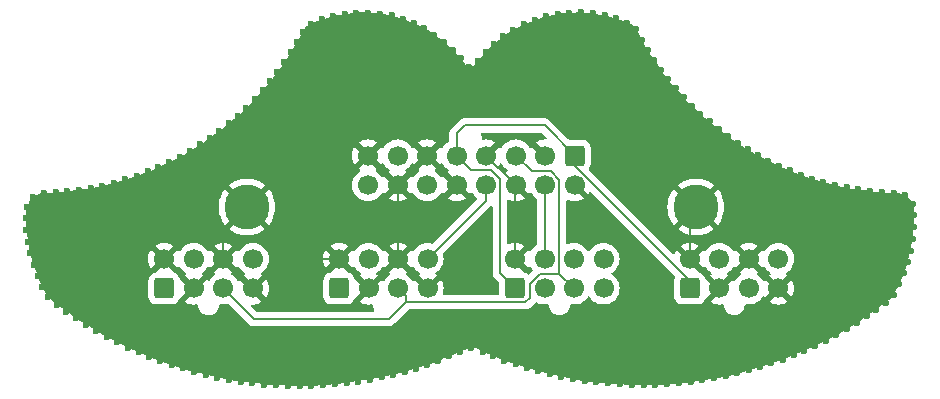
<source format=gbr>
%TF.GenerationSoftware,KiCad,Pcbnew,8.0.1-rc1*%
%TF.CreationDate,2024-05-02T00:25:51-04:00*%
%TF.ProjectId,Mustachio_v2,4d757374-6163-4686-996f-5f76322e6b69,rev?*%
%TF.SameCoordinates,Original*%
%TF.FileFunction,Copper,L2,Bot*%
%TF.FilePolarity,Positive*%
%FSLAX46Y46*%
G04 Gerber Fmt 4.6, Leading zero omitted, Abs format (unit mm)*
G04 Created by KiCad (PCBNEW 8.0.1-rc1) date 2024-05-02 00:25:51*
%MOMM*%
%LPD*%
G01*
G04 APERTURE LIST*
G04 Aperture macros list*
%AMRoundRect*
0 Rectangle with rounded corners*
0 $1 Rounding radius*
0 $2 $3 $4 $5 $6 $7 $8 $9 X,Y pos of 4 corners*
0 Add a 4 corners polygon primitive as box body*
4,1,4,$2,$3,$4,$5,$6,$7,$8,$9,$2,$3,0*
0 Add four circle primitives for the rounded corners*
1,1,$1+$1,$2,$3*
1,1,$1+$1,$4,$5*
1,1,$1+$1,$6,$7*
1,1,$1+$1,$8,$9*
0 Add four rect primitives between the rounded corners*
20,1,$1+$1,$2,$3,$4,$5,0*
20,1,$1+$1,$4,$5,$6,$7,0*
20,1,$1+$1,$6,$7,$8,$9,0*
20,1,$1+$1,$8,$9,$2,$3,0*%
G04 Aperture macros list end*
%TA.AperFunction,ComponentPad*%
%ADD10C,3.800000*%
%TD*%
%TA.AperFunction,ComponentPad*%
%ADD11RoundRect,0.250000X0.600000X-0.600000X0.600000X0.600000X-0.600000X0.600000X-0.600000X-0.600000X0*%
%TD*%
%TA.AperFunction,ComponentPad*%
%ADD12C,1.700000*%
%TD*%
%TA.AperFunction,ComponentPad*%
%ADD13RoundRect,0.250000X-0.600000X0.600000X-0.600000X-0.600000X0.600000X-0.600000X0.600000X0.600000X0*%
%TD*%
%TA.AperFunction,ViaPad*%
%ADD14C,0.600000*%
%TD*%
%TA.AperFunction,Conductor*%
%ADD15C,0.200000*%
%TD*%
G04 APERTURE END LIST*
D10*
%TO.P,H102,1,1*%
%TO.N,GND*%
X96200000Y-49900000D03*
%TD*%
%TO.P,H101,1,1*%
%TO.N,GND*%
X134200000Y-49900000D03*
%TD*%
D11*
%TO.P,PROXI,1,Pin_1*%
%TO.N,Vcc_3v3*%
X118900000Y-56800000D03*
D12*
%TO.P,PROXI,2,Pin_2*%
%TO.N,unconnected-(J105-Pin_2-Pad2)*%
X121400000Y-56800000D03*
%TO.P,PROXI,3,Pin_3*%
%TO.N,SCL_I2C*%
X123900000Y-56800000D03*
%TO.P,PROXI,4,Pin_4*%
%TO.N,unconnected-(J105-Pin_4-Pad4)*%
X126400000Y-56800000D03*
%TO.P,PROXI,5,Pin_5*%
%TO.N,GND*%
X118900000Y-54300000D03*
%TO.P,PROXI,6,Pin_6*%
%TO.N,SDA_I2C*%
X121400000Y-54300000D03*
%TO.P,PROXI,7,Pin_7*%
%TO.N,unconnected-(J105-Pin_7-Pad7)*%
X123900000Y-54300000D03*
%TO.P,PROXI,8,Pin_8*%
%TO.N,RESET*%
X126400000Y-54300000D03*
%TD*%
D11*
%TO.P,BNO_2,1,Pin_1*%
%TO.N,Vcc_3v3*%
X104000000Y-56800000D03*
D12*
%TO.P,BNO_2,2,Pin_2*%
%TO.N,GND*%
X106500000Y-56800000D03*
%TO.P,BNO_2,3,Pin_3*%
%TO.N,SCL_I2C*%
X109000000Y-56800000D03*
%TO.P,BNO_2,4,Pin_4*%
%TO.N,GND*%
X111500000Y-56800000D03*
%TO.P,BNO_2,5,Pin_5*%
X104000000Y-54300000D03*
%TO.P,BNO_2,6,Pin_6*%
%TO.N,SDA_I2C*%
X106500000Y-54300000D03*
%TO.P,BNO_2,7,Pin_7*%
%TO.N,GND*%
X109000000Y-54300000D03*
%TO.P,BNO_2,8,Pin_8*%
%TO.N,RESET*%
X111500000Y-54300000D03*
%TD*%
D11*
%TO.P,BNO_1,1,Pin_1*%
%TO.N,Vcc_3v3*%
X89200000Y-56800000D03*
D12*
%TO.P,BNO_1,2,Pin_2*%
%TO.N,GND*%
X91700000Y-56800000D03*
%TO.P,BNO_1,3,Pin_3*%
%TO.N,SCL_I2C*%
X94200000Y-56800000D03*
%TO.P,BNO_1,4,Pin_4*%
%TO.N,GND*%
X96700000Y-56800000D03*
%TO.P,BNO_1,5,Pin_5*%
X89200000Y-54300000D03*
%TO.P,BNO_1,6,Pin_6*%
%TO.N,SDA_I2C*%
X91700000Y-54300000D03*
%TO.P,BNO_1,7,Pin_7*%
%TO.N,GND*%
X94200000Y-54300000D03*
%TO.P,BNO_1,8,Pin_8*%
%TO.N,RESET*%
X96700000Y-54300000D03*
%TD*%
%TO.P,ENCODEUR,8,Pin_8*%
%TO.N,unconnected-(J102-Pin_8-Pad8)*%
X141200000Y-54300000D03*
%TO.P,ENCODEUR,7,Pin_7*%
%TO.N,GND*%
X138700000Y-54300000D03*
%TO.P,ENCODEUR,6,Pin_6*%
%TO.N,ENC_IntB*%
X136200000Y-54300000D03*
%TO.P,ENCODEUR,5,Pin_5*%
%TO.N,GND*%
X133700000Y-54300000D03*
%TO.P,ENCODEUR,4,Pin_4*%
X141200000Y-56800000D03*
%TO.P,ENCODEUR,3,Pin_3*%
%TO.N,ENC_IntA*%
X138700000Y-56800000D03*
%TO.P,ENCODEUR,2,Pin_2*%
%TO.N,GND*%
X136200000Y-56800000D03*
D11*
%TO.P,ENCODEUR,1,Pin_1*%
%TO.N,Vcc_3v3*%
X133700000Y-56800000D03*
%TD*%
D13*
%TO.P,J101,1,Pin_1*%
%TO.N,Vcc_3v3*%
X123950000Y-45540000D03*
D12*
%TO.P,J101,2,Pin_2*%
%TO.N,GND*%
X121450000Y-45540000D03*
%TO.P,J101,3,Pin_3*%
%TO.N,SCL_I2C*%
X118950000Y-45540000D03*
%TO.P,J101,4,Pin_4*%
%TO.N,GND*%
X116450000Y-45540000D03*
%TO.P,J101,5,Pin_5*%
%TO.N,Vcc_3v3*%
X113950000Y-45540000D03*
%TO.P,J101,6,Pin_6*%
%TO.N,GND*%
X111450000Y-45540000D03*
%TO.P,J101,7,Pin_7*%
%TO.N,ENC_IntA*%
X108950000Y-45540000D03*
%TO.P,J101,8,Pin_8*%
%TO.N,GND*%
X106450000Y-45540000D03*
%TO.P,J101,9,Pin_9*%
X123950000Y-48040000D03*
%TO.P,J101,10,Pin_10*%
%TO.N,SDA_I2C*%
X121450000Y-48040000D03*
%TO.P,J101,11,Pin_11*%
%TO.N,GND*%
X118950000Y-48040000D03*
%TO.P,J101,12,Pin_12*%
%TO.N,RESET*%
X116450000Y-48040000D03*
%TO.P,J101,13,Pin_13*%
%TO.N,GND*%
X113950000Y-48040000D03*
%TO.P,J101,14,Pin_14*%
%TO.N,ENC_IntB*%
X111450000Y-48040000D03*
%TO.P,J101,15,Pin_15*%
%TO.N,GND*%
X108950000Y-48040000D03*
%TO.P,J101,16,Pin_16*%
%TO.N,unconnected-(J101-Pin_16-Pad16)*%
X106450000Y-48040000D03*
%TD*%
D14*
%TO.N,GND*%
X146060000Y-55830000D03*
X145610000Y-50900000D03*
X129970000Y-45720000D03*
X129720000Y-49960000D03*
X101790000Y-46740000D03*
X100660000Y-51330000D03*
X103930000Y-51230000D03*
X111260000Y-51050000D03*
X119930000Y-51010000D03*
X123501898Y-33449226D03*
X122505500Y-33550352D03*
X121530112Y-33771094D03*
X120571412Y-34062136D03*
X119645642Y-34438719D03*
X118758173Y-34903838D03*
X117916389Y-35441210D03*
X117130759Y-36061189D03*
X116410744Y-36757978D03*
X115757877Y-37517752D03*
X114984654Y-38009837D03*
X114301697Y-37325107D03*
X113627008Y-36586204D03*
X112895393Y-35902697D03*
X112081874Y-35317896D03*
X111233719Y-34786171D03*
X110337111Y-34343852D03*
X109397661Y-33997402D03*
X108446509Y-33682370D03*
X107456384Y-33533131D03*
X106459922Y-33444113D03*
X105458752Y-33434773D03*
X104464456Y-33538443D03*
X103487304Y-33759234D03*
X102515667Y-34003891D03*
X101592107Y-34385248D03*
X100920892Y-35087789D03*
X100447227Y-35969834D03*
X99911560Y-36816526D03*
X99373378Y-37661319D03*
X98775337Y-38465128D03*
X98160956Y-39256627D03*
X97525051Y-40030346D03*
X96863281Y-40782673D03*
X96155372Y-41491734D03*
X95414353Y-42165772D03*
X94652422Y-42816063D03*
X93874025Y-43446958D03*
X93056355Y-44026044D03*
X92237082Y-44602863D03*
X91389771Y-45136263D03*
X90518634Y-45630620D03*
X89623045Y-46079794D03*
X88711717Y-46496229D03*
X87790578Y-46889209D03*
X86853909Y-47244999D03*
X85905406Y-47567892D03*
X84942989Y-47846100D03*
X83971115Y-48088763D03*
X82988422Y-48282834D03*
X81999360Y-48442881D03*
X81003939Y-48553845D03*
X80005909Y-48641834D03*
X79005114Y-48687044D03*
X78089480Y-49049528D03*
X77546904Y-49869587D03*
X77490494Y-50864922D03*
X77522054Y-51866311D03*
X77676384Y-52847516D03*
X77872193Y-53828996D03*
X78151963Y-54790513D03*
X78472894Y-55739113D03*
X78883541Y-56653064D03*
X79344945Y-57541375D03*
X80116888Y-58172737D03*
X80923326Y-58766878D03*
X81749969Y-59333091D03*
X82594609Y-59871428D03*
X83451609Y-60390547D03*
X84321423Y-60887102D03*
X85207767Y-61354360D03*
X86105041Y-61799058D03*
X87021101Y-62204976D03*
X87941089Y-62601819D03*
X88875835Y-62959430D03*
X89833494Y-63254094D03*
X90791152Y-63548758D03*
X91748810Y-63843422D03*
X92717617Y-64098458D03*
X93688439Y-64346328D03*
X94675344Y-64518351D03*
X95663650Y-64683140D03*
X96653964Y-64835496D03*
X97650266Y-64932951D03*
X98650143Y-64997620D03*
X99650836Y-65046785D03*
X100652737Y-65050000D03*
X101654579Y-65042394D03*
X102656010Y-65009667D03*
X103653510Y-64921377D03*
X104649566Y-64812717D03*
X105642550Y-64680556D03*
X106633045Y-64529376D03*
X107614543Y-64330833D03*
X108590897Y-64105898D03*
X109559872Y-63850905D03*
X110524669Y-63581394D03*
X111478571Y-63275268D03*
X112419220Y-62930138D03*
X113348519Y-62556088D03*
X114272808Y-62169271D03*
X115209390Y-61822822D03*
X116147392Y-62137591D03*
X117071133Y-62525685D03*
X118000783Y-62897339D03*
X118950651Y-63216223D03*
X119896474Y-63546878D03*
X120866291Y-63797536D03*
X121838766Y-64038753D03*
X122814369Y-64267085D03*
X123799782Y-64446400D03*
X124788555Y-64608211D03*
X125781524Y-64742183D03*
X126779396Y-64830538D03*
X127778157Y-64910610D03*
X128779695Y-64939894D03*
X129781356Y-64957110D03*
X130783135Y-64941883D03*
X131784372Y-64903667D03*
X132782353Y-64815503D03*
X133777822Y-64702631D03*
X134770306Y-64566046D03*
X135759872Y-64408905D03*
X136748425Y-64246888D03*
X137718475Y-63996013D03*
X138685867Y-63735536D03*
X139646770Y-63451632D03*
X140601234Y-63147579D03*
X141548681Y-62821575D03*
X142483255Y-62461836D03*
X143406994Y-62073710D03*
X144330457Y-61685004D03*
X145213349Y-61211256D03*
X146096242Y-60737509D03*
X146969611Y-60247449D03*
X147816167Y-59711465D03*
X148658996Y-59169744D03*
X149489501Y-58609364D03*
X150297943Y-58017549D03*
X150990046Y-57322367D03*
X151434339Y-56424535D03*
X151833165Y-55506282D03*
X152154130Y-54557998D03*
X152411391Y-53590268D03*
X152573007Y-52601490D03*
X152692052Y-51606621D03*
X152715877Y-50605284D03*
X152580310Y-49620888D03*
X151900832Y-48903494D03*
X150946037Y-48674827D03*
X149945775Y-48618550D03*
X148947493Y-48532971D03*
X147954506Y-48402013D03*
X146966327Y-48237793D03*
X145986951Y-48027724D03*
X145016594Y-47778042D03*
X144056727Y-47493110D03*
X143108019Y-47170793D03*
X142181838Y-46789761D03*
X141263677Y-46388766D03*
X140353549Y-45969714D03*
X139474226Y-45491535D03*
X138609717Y-44985017D03*
X137745523Y-44477983D03*
X136921053Y-43908612D03*
X136138317Y-43284083D03*
X135366689Y-42644924D03*
X134595060Y-42005764D03*
X133859869Y-41325848D03*
X133172519Y-40596889D03*
X132524326Y-39833023D03*
X131883681Y-39062627D03*
X131261904Y-38277983D03*
X130699723Y-37448638D03*
X130173508Y-36595975D03*
X129647294Y-35743313D03*
X129169772Y-34862520D03*
X128392092Y-34280040D03*
X127457585Y-33918625D03*
X126487021Y-33671114D03*
X125500700Y-33510477D03*
X124502041Y-33429326D03*
%TD*%
D15*
%TO.N,RESET*%
X116450000Y-49350000D02*
X111500000Y-54300000D01*
X116450000Y-48040000D02*
X116450000Y-49350000D01*
%TO.N,SDA_I2C*%
X121400000Y-48090000D02*
X121400000Y-54300000D01*
X121450000Y-48040000D02*
X121400000Y-48090000D01*
%TO.N,Vcc_3v3*%
X123950000Y-46411200D02*
X123950000Y-45540000D01*
X133700000Y-56161200D02*
X123950000Y-46411200D01*
X133700000Y-56800000D02*
X133700000Y-56161200D01*
X115200000Y-46790000D02*
X113950000Y-45540000D01*
X116883500Y-46790000D02*
X115200000Y-46790000D01*
X117610400Y-47516900D02*
X116883500Y-46790000D01*
X117610400Y-55510400D02*
X117610400Y-47516900D01*
X118900000Y-56800000D02*
X117610400Y-55510400D01*
X121405500Y-42995500D02*
X123950000Y-45540000D01*
X114631600Y-42995500D02*
X121405500Y-42995500D01*
X113950000Y-43677100D02*
X114631600Y-42995500D01*
X113950000Y-45540000D02*
X113950000Y-43677100D01*
%TO.N,SCL_I2C*%
X122650000Y-47573700D02*
X122650000Y-55550000D01*
X121962000Y-46885700D02*
X122650000Y-47573700D01*
X120295700Y-46885700D02*
X121962000Y-46885700D01*
X118950000Y-45540000D02*
X120295700Y-46885700D01*
X122650000Y-55550000D02*
X123900000Y-56800000D01*
X120992100Y-55550000D02*
X122650000Y-55550000D01*
X120150500Y-56391600D02*
X120992100Y-55550000D01*
X120150500Y-57569300D02*
X120150500Y-56391600D01*
X119762100Y-57957700D02*
X120150500Y-57569300D01*
X109637100Y-57957700D02*
X119762100Y-57957700D01*
X109637100Y-57437100D02*
X109637100Y-57957700D01*
X109000000Y-56800000D02*
X109637100Y-57437100D01*
X96790100Y-59390100D02*
X94200000Y-56800000D01*
X108204700Y-59390100D02*
X96790100Y-59390100D01*
X109637100Y-57957700D02*
X108204700Y-59390100D01*
%TO.N,GND*%
X118900000Y-48090000D02*
X118900000Y-54300000D01*
X118950000Y-48040000D02*
X118900000Y-48090000D01*
X141200000Y-56800000D02*
X138700000Y-54300000D01*
X136200000Y-56800000D02*
X133700000Y-54300000D01*
X109000000Y-54300000D02*
X111500000Y-56800000D01*
X133700000Y-50400000D02*
X133700000Y-54300000D01*
X134200000Y-49900000D02*
X133700000Y-50400000D01*
X113950000Y-48040000D02*
X111450000Y-45540000D01*
X108950000Y-48040000D02*
X106450000Y-45540000D01*
X111450000Y-45540000D02*
X108950000Y-48040000D01*
X108950000Y-54300000D02*
X108950000Y-48040000D01*
X109000000Y-54300000D02*
X108950000Y-54300000D01*
X91700000Y-56800000D02*
X89200000Y-54300000D01*
X91700000Y-56800000D02*
X94200000Y-54300000D01*
X94200000Y-51900000D02*
X96200000Y-49900000D01*
X94200000Y-54300000D02*
X94200000Y-51900000D01*
X99200000Y-54300000D02*
X104000000Y-54300000D01*
X96700000Y-56800000D02*
X99200000Y-54300000D01*
X96700000Y-56800000D02*
X94200000Y-54300000D01*
X104050000Y-54300000D02*
X104000000Y-54300000D01*
X106500000Y-56750000D02*
X104050000Y-54300000D01*
X108950000Y-54300000D02*
X106500000Y-56750000D01*
X106500000Y-56750000D02*
X106500000Y-56800000D01*
X116450000Y-45540000D02*
X118950000Y-48040000D01*
%TD*%
%TA.AperFunction,Conductor*%
%TO.N,GND*%
G36*
X116929234Y-49822514D02*
G01*
X116985167Y-49864386D01*
X117009584Y-49929850D01*
X117009900Y-49938696D01*
X117009900Y-55423730D01*
X117009899Y-55423748D01*
X117009899Y-55589454D01*
X117009898Y-55589454D01*
X117050823Y-55742186D01*
X117059619Y-55757419D01*
X117061978Y-55761505D01*
X117107246Y-55839912D01*
X117129879Y-55879115D01*
X117248749Y-55997985D01*
X117248755Y-55997990D01*
X117513181Y-56262416D01*
X117546666Y-56323739D01*
X117549500Y-56350097D01*
X117549500Y-56800001D01*
X117549501Y-57233200D01*
X117529817Y-57300239D01*
X117477013Y-57345994D01*
X117425501Y-57357200D01*
X112909922Y-57357200D01*
X112842883Y-57337515D01*
X112797128Y-57284711D01*
X112787184Y-57215553D01*
X112790147Y-57201107D01*
X112834567Y-57035326D01*
X112834569Y-57035315D01*
X112855157Y-56800001D01*
X112855157Y-56799998D01*
X112834569Y-56564684D01*
X112834567Y-56564673D01*
X112773433Y-56336516D01*
X112773429Y-56336507D01*
X112673600Y-56122423D01*
X112673599Y-56122421D01*
X112614925Y-56038626D01*
X112614925Y-56038625D01*
X112064611Y-56588938D01*
X112059111Y-56568409D01*
X111980119Y-56431592D01*
X111868408Y-56319881D01*
X111731591Y-56240889D01*
X111711059Y-56235387D01*
X112261373Y-55685073D01*
X112261373Y-55685072D01*
X112213969Y-55651880D01*
X112170344Y-55597303D01*
X112163150Y-55527805D01*
X112194673Y-55465450D01*
X112213969Y-55448730D01*
X112249673Y-55423730D01*
X112371401Y-55338495D01*
X112538495Y-55171401D01*
X112674035Y-54977830D01*
X112773903Y-54763663D01*
X112835063Y-54535408D01*
X112855659Y-54300000D01*
X112835063Y-54064592D01*
X112800671Y-53936239D01*
X112802334Y-53866393D01*
X112832763Y-53816470D01*
X116798219Y-49851015D01*
X116859542Y-49817530D01*
X116929234Y-49822514D01*
G37*
%TD.AperFunction*%
%TA.AperFunction,Conductor*%
G36*
X95314925Y-55061373D02*
G01*
X95348119Y-55013968D01*
X95402696Y-54970343D01*
X95472194Y-54963149D01*
X95534549Y-54994672D01*
X95551269Y-55013968D01*
X95661500Y-55171395D01*
X95661505Y-55171401D01*
X95828599Y-55338495D01*
X95950353Y-55423748D01*
X95986031Y-55448730D01*
X96029655Y-55503307D01*
X96036848Y-55572806D01*
X96005326Y-55635160D01*
X95986030Y-55651880D01*
X95938626Y-55685072D01*
X95938625Y-55685072D01*
X96488940Y-56235387D01*
X96468409Y-56240889D01*
X96331592Y-56319881D01*
X96219881Y-56431592D01*
X96140889Y-56568409D01*
X96135387Y-56588940D01*
X95585072Y-56038625D01*
X95585071Y-56038626D01*
X95551879Y-56086031D01*
X95497302Y-56129656D01*
X95427804Y-56136850D01*
X95365449Y-56105327D01*
X95348730Y-56086032D01*
X95238495Y-55928599D01*
X95071401Y-55761505D01*
X95071398Y-55761503D01*
X95071396Y-55761501D01*
X94913968Y-55651269D01*
X94870343Y-55596692D01*
X94863149Y-55527194D01*
X94894672Y-55464839D01*
X94913968Y-55448119D01*
X94961373Y-55414925D01*
X94411059Y-54864612D01*
X94431591Y-54859111D01*
X94568408Y-54780119D01*
X94680119Y-54668408D01*
X94759111Y-54531591D01*
X94764612Y-54511060D01*
X95314925Y-55061373D01*
G37*
%TD.AperFunction*%
%TA.AperFunction,Conductor*%
G36*
X110114925Y-55061373D02*
G01*
X110148119Y-55013968D01*
X110202696Y-54970343D01*
X110272194Y-54963149D01*
X110334549Y-54994672D01*
X110351269Y-55013968D01*
X110461500Y-55171395D01*
X110461505Y-55171401D01*
X110628599Y-55338495D01*
X110750353Y-55423748D01*
X110786031Y-55448730D01*
X110829655Y-55503307D01*
X110836848Y-55572806D01*
X110805326Y-55635160D01*
X110786030Y-55651880D01*
X110738626Y-55685072D01*
X110738625Y-55685072D01*
X111288940Y-56235387D01*
X111268409Y-56240889D01*
X111131592Y-56319881D01*
X111019881Y-56431592D01*
X110940889Y-56568409D01*
X110935387Y-56588940D01*
X110385072Y-56038625D01*
X110385071Y-56038626D01*
X110351879Y-56086031D01*
X110297302Y-56129656D01*
X110227804Y-56136850D01*
X110165449Y-56105327D01*
X110148730Y-56086032D01*
X110038495Y-55928599D01*
X109871401Y-55761505D01*
X109871398Y-55761503D01*
X109871396Y-55761501D01*
X109713968Y-55651269D01*
X109670343Y-55596692D01*
X109663149Y-55527194D01*
X109694672Y-55464839D01*
X109713968Y-55448119D01*
X109761373Y-55414925D01*
X109211059Y-54864612D01*
X109231591Y-54859111D01*
X109368408Y-54780119D01*
X109480119Y-54668408D01*
X109559111Y-54531591D01*
X109564612Y-54511060D01*
X110114925Y-55061373D01*
G37*
%TD.AperFunction*%
%TA.AperFunction,Conductor*%
G36*
X90314925Y-55061373D02*
G01*
X90348119Y-55013968D01*
X90402696Y-54970343D01*
X90472194Y-54963149D01*
X90534549Y-54994672D01*
X90551269Y-55013968D01*
X90661500Y-55171395D01*
X90661505Y-55171401D01*
X90828599Y-55338495D01*
X90950353Y-55423748D01*
X90986031Y-55448730D01*
X91029655Y-55503307D01*
X91036848Y-55572806D01*
X91005326Y-55635160D01*
X90986030Y-55651880D01*
X90938626Y-55685072D01*
X90938625Y-55685072D01*
X91488940Y-56235387D01*
X91468409Y-56240889D01*
X91331592Y-56319881D01*
X91219881Y-56431592D01*
X91140889Y-56568409D01*
X91135387Y-56588939D01*
X90544187Y-55997739D01*
X90544242Y-55997683D01*
X90517493Y-55971767D01*
X90507666Y-55949630D01*
X90500697Y-55928599D01*
X90484814Y-55880666D01*
X90392712Y-55731344D01*
X90268656Y-55607288D01*
X90139793Y-55527805D01*
X90119336Y-55515187D01*
X90119331Y-55515185D01*
X90115881Y-55514041D01*
X90050367Y-55492332D01*
X89992923Y-55452560D01*
X89988592Y-55442144D01*
X89411059Y-54864612D01*
X89431591Y-54859111D01*
X89568408Y-54780119D01*
X89680119Y-54668408D01*
X89759111Y-54531591D01*
X89764612Y-54511059D01*
X90314925Y-55061373D01*
G37*
%TD.AperFunction*%
%TA.AperFunction,Conductor*%
G36*
X93640889Y-54531591D02*
G01*
X93719881Y-54668408D01*
X93831592Y-54780119D01*
X93968409Y-54859111D01*
X93988939Y-54864612D01*
X93438625Y-55414925D01*
X93486031Y-55448119D01*
X93529656Y-55502696D01*
X93536850Y-55572194D01*
X93505327Y-55634549D01*
X93486032Y-55651269D01*
X93328594Y-55761508D01*
X93161508Y-55928594D01*
X93051269Y-56086032D01*
X92996692Y-56129656D01*
X92927193Y-56136849D01*
X92864839Y-56105327D01*
X92848119Y-56086031D01*
X92814926Y-56038626D01*
X92814925Y-56038625D01*
X92264612Y-56588939D01*
X92259111Y-56568409D01*
X92180119Y-56431592D01*
X92068408Y-56319881D01*
X91931591Y-56240889D01*
X91911059Y-56235387D01*
X92461373Y-55685073D01*
X92461373Y-55685072D01*
X92413969Y-55651880D01*
X92370344Y-55597303D01*
X92363150Y-55527805D01*
X92394673Y-55465450D01*
X92413969Y-55448730D01*
X92449673Y-55423730D01*
X92571401Y-55338495D01*
X92738495Y-55171401D01*
X92848730Y-55013968D01*
X92903307Y-54970344D01*
X92972805Y-54963150D01*
X93035160Y-54994673D01*
X93051880Y-55013969D01*
X93085072Y-55061373D01*
X93085073Y-55061373D01*
X93635387Y-54511059D01*
X93640889Y-54531591D01*
G37*
%TD.AperFunction*%
%TA.AperFunction,Conductor*%
G36*
X105114925Y-55061373D02*
G01*
X105148119Y-55013968D01*
X105202696Y-54970343D01*
X105272194Y-54963149D01*
X105334549Y-54994672D01*
X105351269Y-55013968D01*
X105461500Y-55171395D01*
X105461505Y-55171401D01*
X105628599Y-55338495D01*
X105750353Y-55423748D01*
X105786031Y-55448730D01*
X105829655Y-55503307D01*
X105836848Y-55572806D01*
X105805326Y-55635160D01*
X105786030Y-55651880D01*
X105738626Y-55685072D01*
X105738625Y-55685072D01*
X106288940Y-56235387D01*
X106268409Y-56240889D01*
X106131592Y-56319881D01*
X106019881Y-56431592D01*
X105940889Y-56568409D01*
X105935387Y-56588939D01*
X105344187Y-55997739D01*
X105344242Y-55997683D01*
X105317493Y-55971767D01*
X105307666Y-55949630D01*
X105300697Y-55928599D01*
X105284814Y-55880666D01*
X105192712Y-55731344D01*
X105068656Y-55607288D01*
X104939793Y-55527805D01*
X104919336Y-55515187D01*
X104919331Y-55515185D01*
X104915881Y-55514041D01*
X104850367Y-55492332D01*
X104792923Y-55452560D01*
X104788592Y-55442144D01*
X104211059Y-54864612D01*
X104231591Y-54859111D01*
X104368408Y-54780119D01*
X104480119Y-54668408D01*
X104559111Y-54531591D01*
X104564612Y-54511060D01*
X105114925Y-55061373D01*
G37*
%TD.AperFunction*%
%TA.AperFunction,Conductor*%
G36*
X108440889Y-54531591D02*
G01*
X108519881Y-54668408D01*
X108631592Y-54780119D01*
X108768409Y-54859111D01*
X108788939Y-54864612D01*
X108238625Y-55414925D01*
X108286031Y-55448119D01*
X108329656Y-55502696D01*
X108336850Y-55572194D01*
X108305327Y-55634549D01*
X108286032Y-55651269D01*
X108128594Y-55761508D01*
X107961508Y-55928594D01*
X107851269Y-56086032D01*
X107796692Y-56129656D01*
X107727193Y-56136849D01*
X107664839Y-56105327D01*
X107648119Y-56086031D01*
X107614926Y-56038626D01*
X107614925Y-56038625D01*
X107064612Y-56588939D01*
X107059111Y-56568409D01*
X106980119Y-56431592D01*
X106868408Y-56319881D01*
X106731591Y-56240889D01*
X106711059Y-56235387D01*
X107261373Y-55685073D01*
X107261373Y-55685072D01*
X107213969Y-55651880D01*
X107170344Y-55597303D01*
X107163150Y-55527805D01*
X107194673Y-55465450D01*
X107213969Y-55448730D01*
X107249673Y-55423730D01*
X107371401Y-55338495D01*
X107538495Y-55171401D01*
X107648730Y-55013968D01*
X107703307Y-54970344D01*
X107772805Y-54963150D01*
X107835160Y-54994673D01*
X107851880Y-55013969D01*
X107885072Y-55061373D01*
X107885073Y-55061373D01*
X108435387Y-54511059D01*
X108440889Y-54531591D01*
G37*
%TD.AperFunction*%
%TA.AperFunction,Conductor*%
G36*
X134814925Y-55061373D02*
G01*
X134848119Y-55013968D01*
X134902696Y-54970343D01*
X134972194Y-54963149D01*
X135034549Y-54994672D01*
X135051269Y-55013968D01*
X135161500Y-55171395D01*
X135161505Y-55171401D01*
X135328599Y-55338495D01*
X135450353Y-55423748D01*
X135486031Y-55448730D01*
X135529655Y-55503307D01*
X135536848Y-55572806D01*
X135505326Y-55635160D01*
X135486030Y-55651880D01*
X135438626Y-55685072D01*
X135438625Y-55685072D01*
X135988940Y-56235387D01*
X135968409Y-56240889D01*
X135831592Y-56319881D01*
X135719881Y-56431592D01*
X135640889Y-56568409D01*
X135635387Y-56588939D01*
X135044187Y-55997739D01*
X135044242Y-55997683D01*
X135017493Y-55971767D01*
X135007666Y-55949630D01*
X135000697Y-55928599D01*
X134984814Y-55880666D01*
X134892712Y-55731344D01*
X134768656Y-55607288D01*
X134639793Y-55527805D01*
X134619336Y-55515187D01*
X134619331Y-55515185D01*
X134615881Y-55514041D01*
X134550367Y-55492332D01*
X134492923Y-55452560D01*
X134488592Y-55442144D01*
X133911059Y-54864612D01*
X133931591Y-54859111D01*
X134068408Y-54780119D01*
X134180119Y-54668408D01*
X134259111Y-54531591D01*
X134264612Y-54511060D01*
X134814925Y-55061373D01*
G37*
%TD.AperFunction*%
%TA.AperFunction,Conductor*%
G36*
X138140889Y-54531591D02*
G01*
X138219881Y-54668408D01*
X138331592Y-54780119D01*
X138468409Y-54859111D01*
X138488939Y-54864612D01*
X137938625Y-55414925D01*
X137986031Y-55448119D01*
X138029656Y-55502696D01*
X138036850Y-55572194D01*
X138005327Y-55634549D01*
X137986032Y-55651269D01*
X137828594Y-55761508D01*
X137661508Y-55928594D01*
X137551269Y-56086032D01*
X137496692Y-56129656D01*
X137427193Y-56136849D01*
X137364839Y-56105327D01*
X137348119Y-56086031D01*
X137314926Y-56038626D01*
X137314925Y-56038625D01*
X136764612Y-56588939D01*
X136759111Y-56568409D01*
X136680119Y-56431592D01*
X136568408Y-56319881D01*
X136431591Y-56240889D01*
X136411059Y-56235387D01*
X136961373Y-55685073D01*
X136961373Y-55685072D01*
X136913969Y-55651880D01*
X136870344Y-55597303D01*
X136863150Y-55527805D01*
X136894673Y-55465450D01*
X136913969Y-55448730D01*
X136949673Y-55423730D01*
X137071401Y-55338495D01*
X137238495Y-55171401D01*
X137348730Y-55013968D01*
X137403307Y-54970344D01*
X137472805Y-54963150D01*
X137535160Y-54994673D01*
X137551880Y-55013969D01*
X137585072Y-55061373D01*
X137585073Y-55061373D01*
X138135387Y-54511059D01*
X138140889Y-54531591D01*
G37*
%TD.AperFunction*%
%TA.AperFunction,Conductor*%
G36*
X139814925Y-55061373D02*
G01*
X139848119Y-55013968D01*
X139902696Y-54970343D01*
X139972194Y-54963149D01*
X140034549Y-54994672D01*
X140051269Y-55013968D01*
X140161500Y-55171395D01*
X140161505Y-55171401D01*
X140328599Y-55338495D01*
X140450353Y-55423748D01*
X140486031Y-55448730D01*
X140529655Y-55503307D01*
X140536848Y-55572806D01*
X140505326Y-55635160D01*
X140486030Y-55651880D01*
X140438626Y-55685072D01*
X140438625Y-55685072D01*
X140988940Y-56235387D01*
X140968409Y-56240889D01*
X140831592Y-56319881D01*
X140719881Y-56431592D01*
X140640889Y-56568409D01*
X140635387Y-56588939D01*
X140085073Y-56038625D01*
X140085071Y-56038626D01*
X140051879Y-56086031D01*
X139997302Y-56129656D01*
X139927804Y-56136850D01*
X139865449Y-56105327D01*
X139848730Y-56086032D01*
X139738495Y-55928599D01*
X139571401Y-55761505D01*
X139571398Y-55761503D01*
X139571396Y-55761501D01*
X139413968Y-55651269D01*
X139370343Y-55596692D01*
X139363149Y-55527194D01*
X139394672Y-55464839D01*
X139413968Y-55448119D01*
X139461373Y-55414925D01*
X138911059Y-54864612D01*
X138931591Y-54859111D01*
X139068408Y-54780119D01*
X139180119Y-54668408D01*
X139259111Y-54531591D01*
X139264612Y-54511060D01*
X139814925Y-55061373D01*
G37*
%TD.AperFunction*%
%TA.AperFunction,Conductor*%
G36*
X120014925Y-55061373D02*
G01*
X120048119Y-55013968D01*
X120102696Y-54970343D01*
X120172194Y-54963149D01*
X120234549Y-54994672D01*
X120251269Y-55013968D01*
X120364610Y-55175836D01*
X120363699Y-55176473D01*
X120389463Y-55235347D01*
X120378421Y-55304339D01*
X120354141Y-55338722D01*
X120110300Y-55582563D01*
X120048977Y-55616048D01*
X119979285Y-55611064D01*
X119957523Y-55600421D01*
X119819340Y-55515189D01*
X119819335Y-55515187D01*
X119819334Y-55515186D01*
X119750367Y-55492332D01*
X119692923Y-55452560D01*
X119688592Y-55442144D01*
X119111060Y-54864612D01*
X119131591Y-54859111D01*
X119268408Y-54780119D01*
X119380119Y-54668408D01*
X119459111Y-54531591D01*
X119464612Y-54511060D01*
X120014925Y-55061373D01*
G37*
%TD.AperFunction*%
%TA.AperFunction,Conductor*%
G36*
X120064925Y-48801373D02*
G01*
X120098119Y-48753968D01*
X120152696Y-48710343D01*
X120222194Y-48703149D01*
X120284549Y-48734672D01*
X120301269Y-48753968D01*
X120411501Y-48911396D01*
X120411506Y-48911402D01*
X120578597Y-49078493D01*
X120578603Y-49078498D01*
X120746623Y-49196147D01*
X120790248Y-49250724D01*
X120799500Y-49297722D01*
X120799500Y-53010908D01*
X120779815Y-53077947D01*
X120727914Y-53123286D01*
X120722173Y-53125963D01*
X120722169Y-53125965D01*
X120528597Y-53261505D01*
X120361508Y-53428594D01*
X120251269Y-53586032D01*
X120196692Y-53629656D01*
X120127193Y-53636849D01*
X120064839Y-53605327D01*
X120048119Y-53586031D01*
X120014926Y-53538626D01*
X120014925Y-53538625D01*
X119464612Y-54088939D01*
X119459111Y-54068409D01*
X119380119Y-53931592D01*
X119268408Y-53819881D01*
X119131591Y-53740889D01*
X119111059Y-53735387D01*
X119661373Y-53185073D01*
X119661373Y-53185072D01*
X119577583Y-53126402D01*
X119577579Y-53126400D01*
X119363492Y-53026570D01*
X119363483Y-53026566D01*
X119135326Y-52965432D01*
X119135315Y-52965430D01*
X118900002Y-52944843D01*
X118899998Y-52944843D01*
X118664684Y-52965430D01*
X118664673Y-52965432D01*
X118436516Y-53026566D01*
X118436502Y-53026571D01*
X118387304Y-53049513D01*
X118318227Y-53060005D01*
X118254443Y-53031485D01*
X118216204Y-52973008D01*
X118210900Y-52937131D01*
X118210900Y-49379553D01*
X118230585Y-49312514D01*
X118283389Y-49266759D01*
X118352547Y-49256815D01*
X118387305Y-49267171D01*
X118486507Y-49313429D01*
X118486516Y-49313433D01*
X118714673Y-49374567D01*
X118714684Y-49374569D01*
X118949998Y-49395157D01*
X118950002Y-49395157D01*
X119185315Y-49374569D01*
X119185326Y-49374567D01*
X119413483Y-49313433D01*
X119413492Y-49313429D01*
X119627578Y-49213600D01*
X119627582Y-49213598D01*
X119711373Y-49154926D01*
X119711373Y-49154925D01*
X119161060Y-48604612D01*
X119181591Y-48599111D01*
X119318408Y-48520119D01*
X119430119Y-48408408D01*
X119509111Y-48271591D01*
X119514612Y-48251060D01*
X120064925Y-48801373D01*
G37*
%TD.AperFunction*%
%TA.AperFunction,Conductor*%
G36*
X107564925Y-46301373D02*
G01*
X107598119Y-46253968D01*
X107652696Y-46210343D01*
X107722194Y-46203149D01*
X107784549Y-46234672D01*
X107801269Y-46253968D01*
X107906906Y-46404834D01*
X107911505Y-46411401D01*
X108078599Y-46578495D01*
X108229763Y-46684341D01*
X108236031Y-46688730D01*
X108279655Y-46743307D01*
X108286848Y-46812806D01*
X108255326Y-46875160D01*
X108236030Y-46891880D01*
X108188626Y-46925072D01*
X108188625Y-46925072D01*
X108738940Y-47475387D01*
X108718409Y-47480889D01*
X108581592Y-47559881D01*
X108469881Y-47671592D01*
X108390889Y-47808409D01*
X108385387Y-47828940D01*
X107835072Y-47278625D01*
X107835071Y-47278626D01*
X107801879Y-47326031D01*
X107747302Y-47369656D01*
X107677804Y-47376850D01*
X107615449Y-47345327D01*
X107598730Y-47326032D01*
X107488495Y-47168599D01*
X107321401Y-47001505D01*
X107321399Y-47001504D01*
X107321396Y-47001501D01*
X107163968Y-46891269D01*
X107120343Y-46836692D01*
X107113149Y-46767194D01*
X107144672Y-46704839D01*
X107163968Y-46688119D01*
X107211373Y-46654925D01*
X106661059Y-46104612D01*
X106681591Y-46099111D01*
X106818408Y-46020119D01*
X106930119Y-45908408D01*
X107009111Y-45771591D01*
X107014612Y-45751060D01*
X107564925Y-46301373D01*
G37*
%TD.AperFunction*%
%TA.AperFunction,Conductor*%
G36*
X110890889Y-45771591D02*
G01*
X110969881Y-45908408D01*
X111081592Y-46020119D01*
X111218409Y-46099111D01*
X111238939Y-46104612D01*
X110688625Y-46654925D01*
X110736031Y-46688119D01*
X110779656Y-46742696D01*
X110786850Y-46812194D01*
X110755327Y-46874549D01*
X110736032Y-46891269D01*
X110578594Y-47001508D01*
X110411508Y-47168594D01*
X110301269Y-47326032D01*
X110246692Y-47369656D01*
X110177193Y-47376849D01*
X110114839Y-47345327D01*
X110098119Y-47326031D01*
X110064926Y-47278626D01*
X110064925Y-47278625D01*
X109514612Y-47828939D01*
X109509111Y-47808409D01*
X109430119Y-47671592D01*
X109318408Y-47559881D01*
X109181591Y-47480889D01*
X109161059Y-47475387D01*
X109711373Y-46925073D01*
X109711373Y-46925072D01*
X109663969Y-46891880D01*
X109620344Y-46837303D01*
X109613150Y-46767805D01*
X109644673Y-46705450D01*
X109663969Y-46688730D01*
X109670237Y-46684341D01*
X109821401Y-46578495D01*
X109988495Y-46411401D01*
X110098730Y-46253968D01*
X110153307Y-46210344D01*
X110222805Y-46203150D01*
X110285160Y-46234673D01*
X110301880Y-46253969D01*
X110335072Y-46301373D01*
X110335073Y-46301373D01*
X110885387Y-45751059D01*
X110890889Y-45771591D01*
G37*
%TD.AperFunction*%
%TA.AperFunction,Conductor*%
G36*
X112564925Y-46301373D02*
G01*
X112598119Y-46253968D01*
X112652696Y-46210343D01*
X112722194Y-46203149D01*
X112784549Y-46234672D01*
X112801269Y-46253968D01*
X112906906Y-46404834D01*
X112911505Y-46411401D01*
X113078599Y-46578495D01*
X113229763Y-46684341D01*
X113236031Y-46688730D01*
X113279655Y-46743307D01*
X113286848Y-46812806D01*
X113255326Y-46875160D01*
X113236030Y-46891880D01*
X113188626Y-46925072D01*
X113188625Y-46925072D01*
X113738940Y-47475387D01*
X113718409Y-47480889D01*
X113581592Y-47559881D01*
X113469881Y-47671592D01*
X113390889Y-47808409D01*
X113385387Y-47828939D01*
X112835073Y-47278625D01*
X112835071Y-47278626D01*
X112801879Y-47326031D01*
X112747302Y-47369656D01*
X112677804Y-47376850D01*
X112615449Y-47345327D01*
X112598730Y-47326032D01*
X112488495Y-47168599D01*
X112321401Y-47001505D01*
X112321399Y-47001504D01*
X112321396Y-47001501D01*
X112163968Y-46891269D01*
X112120343Y-46836692D01*
X112113149Y-46767194D01*
X112144672Y-46704839D01*
X112163968Y-46688119D01*
X112211373Y-46654925D01*
X111661059Y-46104612D01*
X111681591Y-46099111D01*
X111818408Y-46020119D01*
X111930119Y-45908408D01*
X112009111Y-45771591D01*
X112014612Y-45751060D01*
X112564925Y-46301373D01*
G37*
%TD.AperFunction*%
%TA.AperFunction,Conductor*%
G36*
X117784550Y-46234674D02*
G01*
X117801269Y-46253968D01*
X117911505Y-46411401D01*
X118078599Y-46578495D01*
X118225942Y-46681666D01*
X118236031Y-46688730D01*
X118279656Y-46743307D01*
X118286850Y-46812805D01*
X118255327Y-46875160D01*
X118236031Y-46891880D01*
X118085163Y-46997518D01*
X118018957Y-47019845D01*
X117951190Y-47002835D01*
X117926359Y-46983624D01*
X117506374Y-46563639D01*
X117472889Y-46502316D01*
X117477873Y-46432624D01*
X117492481Y-46404834D01*
X117598120Y-46253968D01*
X117652697Y-46210343D01*
X117722195Y-46203151D01*
X117784550Y-46234674D01*
G37*
%TD.AperFunction*%
%TA.AperFunction,Conductor*%
G36*
X121172442Y-43615685D02*
G01*
X121193084Y-43632319D01*
X121533927Y-43973162D01*
X121567412Y-44034485D01*
X121562428Y-44104177D01*
X121520556Y-44160110D01*
X121455092Y-44184527D01*
X121452587Y-44184616D01*
X121214684Y-44205430D01*
X121214673Y-44205432D01*
X120986516Y-44266566D01*
X120986507Y-44266570D01*
X120772419Y-44366401D01*
X120688625Y-44425072D01*
X121238940Y-44975387D01*
X121218409Y-44980889D01*
X121081592Y-45059881D01*
X120969881Y-45171592D01*
X120890889Y-45308409D01*
X120885387Y-45328940D01*
X120335072Y-44778625D01*
X120335071Y-44778626D01*
X120301879Y-44826031D01*
X120247302Y-44869656D01*
X120177804Y-44876850D01*
X120115449Y-44845327D01*
X120098730Y-44826032D01*
X119988495Y-44668599D01*
X119821401Y-44501505D01*
X119712245Y-44425073D01*
X119627834Y-44365967D01*
X119627830Y-44365965D01*
X119524855Y-44317947D01*
X119413663Y-44266097D01*
X119413659Y-44266096D01*
X119413655Y-44266094D01*
X119185413Y-44204938D01*
X119185403Y-44204936D01*
X118950001Y-44184341D01*
X118949999Y-44184341D01*
X118714596Y-44204936D01*
X118714586Y-44204938D01*
X118486344Y-44266094D01*
X118486335Y-44266098D01*
X118272171Y-44365964D01*
X118272169Y-44365965D01*
X118078597Y-44501505D01*
X117911508Y-44668594D01*
X117801269Y-44826032D01*
X117746692Y-44869656D01*
X117677193Y-44876849D01*
X117614839Y-44845327D01*
X117598119Y-44826031D01*
X117564926Y-44778626D01*
X117564925Y-44778625D01*
X117014611Y-45328938D01*
X117009111Y-45308409D01*
X116930119Y-45171592D01*
X116818408Y-45059881D01*
X116681591Y-44980889D01*
X116661059Y-44975387D01*
X117211373Y-44425073D01*
X117211373Y-44425072D01*
X117127583Y-44366402D01*
X117127579Y-44366400D01*
X116913492Y-44266570D01*
X116913483Y-44266566D01*
X116685326Y-44205432D01*
X116685315Y-44205430D01*
X116450002Y-44184843D01*
X116449998Y-44184843D01*
X116231593Y-44203951D01*
X116163093Y-44190184D01*
X116112910Y-44141569D01*
X116099169Y-44104614D01*
X116065896Y-43937342D01*
X116065893Y-43937332D01*
X115995682Y-43767824D01*
X115998258Y-43766756D01*
X115986440Y-43710092D01*
X116011419Y-43644840D01*
X116067710Y-43603450D01*
X116110044Y-43596000D01*
X121105403Y-43596000D01*
X121172442Y-43615685D01*
G37*
%TD.AperFunction*%
%TA.AperFunction,Conductor*%
G36*
X124362930Y-33429466D02*
G01*
X124996322Y-33457710D01*
X125003673Y-33458257D01*
X125634295Y-33524152D01*
X125641551Y-33525129D01*
X126267101Y-33628434D01*
X126274344Y-33629852D01*
X126892640Y-33770205D01*
X126899778Y-33772052D01*
X127508614Y-33948953D01*
X127515641Y-33951223D01*
X128112860Y-34164042D01*
X128119710Y-34166715D01*
X128650886Y-34392466D01*
X128660869Y-34397460D01*
X128712884Y-34419132D01*
X128717037Y-34420951D01*
X128726375Y-34425253D01*
X128732136Y-34428091D01*
X128846149Y-34488005D01*
X128864670Y-34499951D01*
X128965220Y-34578299D01*
X128981338Y-34593345D01*
X129066414Y-34688261D01*
X129079615Y-34705927D01*
X129149436Y-34819123D01*
X129154807Y-34828767D01*
X129183389Y-34885932D01*
X129187375Y-34892694D01*
X129355043Y-35222114D01*
X129373173Y-35257733D01*
X129844055Y-36101816D01*
X129844058Y-36101820D01*
X130346696Y-36927389D01*
X130611405Y-37327112D01*
X130880358Y-37733245D01*
X131094024Y-38030672D01*
X131444280Y-38518235D01*
X132037631Y-39281201D01*
X132037636Y-39281207D01*
X132659577Y-40021070D01*
X132659588Y-40021082D01*
X133309193Y-40736744D01*
X133985562Y-41427212D01*
X134458739Y-41874858D01*
X134687693Y-42091459D01*
X135306552Y-42633855D01*
X135414575Y-42728531D01*
X136165145Y-43337498D01*
X136938335Y-43917490D01*
X137733019Y-44467665D01*
X138548035Y-44987218D01*
X139382224Y-45475410D01*
X140062165Y-45839356D01*
X140234380Y-45931536D01*
X141103257Y-46354927D01*
X141987604Y-46744975D01*
X142886143Y-47101116D01*
X143797573Y-47422834D01*
X144720577Y-47709665D01*
X145653819Y-47961193D01*
X146112808Y-48066357D01*
X146595939Y-48177053D01*
X146595950Y-48177055D01*
X147545608Y-48356938D01*
X148501418Y-48500582D01*
X149462000Y-48607780D01*
X150425962Y-48678377D01*
X150863777Y-48693726D01*
X150881568Y-48695643D01*
X150901937Y-48699341D01*
X150931053Y-48696939D01*
X150945580Y-48696596D01*
X150974789Y-48697622D01*
X150978838Y-48696687D01*
X151005376Y-48693518D01*
X151188787Y-48691536D01*
X151206433Y-48692608D01*
X151396299Y-48717830D01*
X151416895Y-48720566D01*
X151434232Y-48724143D01*
X151638575Y-48781786D01*
X151655214Y-48787792D01*
X151849263Y-48873942D01*
X151864875Y-48882254D01*
X152044686Y-48995161D01*
X152058959Y-49005615D01*
X152144858Y-49078493D01*
X152220853Y-49142969D01*
X152233498Y-49155355D01*
X152374186Y-49314362D01*
X152384940Y-49328423D01*
X152501544Y-49505829D01*
X152510187Y-49521278D01*
X152600347Y-49713492D01*
X152606701Y-49730014D01*
X152668572Y-49933106D01*
X152672508Y-49950363D01*
X152691471Y-50073462D01*
X152692815Y-50087323D01*
X152695262Y-50147744D01*
X152695347Y-50150730D01*
X152706019Y-50802027D01*
X152705973Y-50808004D01*
X152685300Y-51457500D01*
X152684966Y-51463467D01*
X152633021Y-52111208D01*
X152632400Y-52117152D01*
X152549305Y-52761643D01*
X152548398Y-52767551D01*
X152434346Y-53407280D01*
X152433156Y-53413136D01*
X152288408Y-54046652D01*
X152286936Y-54052445D01*
X152111842Y-54678205D01*
X152110094Y-54683920D01*
X151905040Y-55300557D01*
X151903018Y-55306181D01*
X151668492Y-55912214D01*
X151666201Y-55917734D01*
X151402752Y-56511753D01*
X151400198Y-56517157D01*
X151108439Y-57097778D01*
X151105628Y-57103052D01*
X150841053Y-57571809D01*
X150808834Y-57609018D01*
X150003031Y-58231004D01*
X149999700Y-58233487D01*
X149079552Y-58895763D01*
X149076141Y-58898133D01*
X148134280Y-59529248D01*
X148130790Y-59531502D01*
X147168372Y-60130681D01*
X147164810Y-60132817D01*
X146182831Y-60699443D01*
X146179198Y-60701459D01*
X145178811Y-61234864D01*
X145175114Y-61236757D01*
X144157375Y-61736379D01*
X144153616Y-61738146D01*
X143119771Y-62203372D01*
X143115955Y-62205013D01*
X142067100Y-62635351D01*
X142063231Y-62636864D01*
X141000488Y-63031853D01*
X140996570Y-63033234D01*
X139921276Y-63392378D01*
X139917315Y-63393628D01*
X138830537Y-63716570D01*
X138826536Y-63717686D01*
X137729585Y-64004036D01*
X137725548Y-64005018D01*
X136619610Y-64254467D01*
X136615544Y-64255313D01*
X135501854Y-64467583D01*
X135497761Y-64468292D01*
X134377614Y-64643136D01*
X134373499Y-64643708D01*
X133248119Y-64780934D01*
X133243988Y-64781368D01*
X132114623Y-64880824D01*
X132110479Y-64881119D01*
X130978428Y-64942691D01*
X130974277Y-64942847D01*
X129840803Y-64966466D01*
X129836649Y-64966483D01*
X128703021Y-64952123D01*
X128698869Y-64952001D01*
X127566355Y-64899679D01*
X127562209Y-64899418D01*
X126432070Y-64809189D01*
X126427936Y-64808789D01*
X125301475Y-64680760D01*
X125297356Y-64680222D01*
X124175797Y-64514532D01*
X124171698Y-64513856D01*
X123056317Y-64310691D01*
X123052244Y-64309878D01*
X123046202Y-64308567D01*
X121944314Y-64069472D01*
X121940269Y-64068523D01*
X120841022Y-63791144D01*
X120837012Y-63790061D01*
X119747613Y-63476001D01*
X119743642Y-63474783D01*
X118665458Y-63124438D01*
X118661529Y-63123089D01*
X117595605Y-62736797D01*
X117591724Y-62735316D01*
X116674506Y-62367711D01*
X116539368Y-62313550D01*
X116535545Y-62311943D01*
X116495282Y-62294219D01*
X116288910Y-62203372D01*
X115554861Y-61880237D01*
X115542519Y-61873006D01*
X115542232Y-61873515D01*
X115535155Y-61869514D01*
X115487914Y-61850447D01*
X115482472Y-61848098D01*
X115436169Y-61826782D01*
X115432826Y-61825746D01*
X115420013Y-61822117D01*
X115419949Y-61822344D01*
X115413661Y-61820556D01*
X115285377Y-61798305D01*
X115285373Y-61798305D01*
X115155282Y-61803531D01*
X115051371Y-61830287D01*
X115043775Y-61831991D01*
X115036112Y-61833458D01*
X115032844Y-61834541D01*
X115031097Y-61835288D01*
X115029208Y-61835993D01*
X114974900Y-61863082D01*
X114973585Y-61863728D01*
X114839151Y-61928810D01*
X114834958Y-61930744D01*
X113795939Y-62386813D01*
X113792103Y-62388421D01*
X112735519Y-62810533D01*
X112731632Y-62812011D01*
X111661474Y-63198462D01*
X111657540Y-63199808D01*
X110575054Y-63550147D01*
X110571077Y-63551361D01*
X109477455Y-63865205D01*
X109473439Y-63866285D01*
X108369895Y-64143285D01*
X108365845Y-64144230D01*
X107253617Y-64384074D01*
X107249538Y-64384882D01*
X106129916Y-64587291D01*
X106125812Y-64587962D01*
X105000023Y-64752716D01*
X104995898Y-64753249D01*
X103865241Y-64880158D01*
X103861101Y-64880553D01*
X102726777Y-64969480D01*
X102722627Y-64969735D01*
X101585994Y-65020576D01*
X101581837Y-65020692D01*
X100444145Y-65033390D01*
X100439986Y-65033367D01*
X99302477Y-65007908D01*
X99298322Y-65007745D01*
X98162328Y-64944159D01*
X98158180Y-64943857D01*
X98146919Y-64942847D01*
X98093047Y-64938015D01*
X97024953Y-64842214D01*
X97020818Y-64841773D01*
X95891646Y-64702190D01*
X95887528Y-64701611D01*
X94763652Y-64524239D01*
X94759556Y-64523522D01*
X93642269Y-64308567D01*
X93638199Y-64307713D01*
X92528747Y-64055413D01*
X92524708Y-64054423D01*
X91424334Y-63765060D01*
X91420331Y-63763935D01*
X90330310Y-63437848D01*
X90326346Y-63436590D01*
X89247821Y-63074119D01*
X89243902Y-63072728D01*
X88178153Y-62674301D01*
X88174283Y-62672779D01*
X87122530Y-62238854D01*
X87118713Y-62237204D01*
X86082084Y-61768248D01*
X86078324Y-61766471D01*
X85057970Y-61263003D01*
X85054272Y-61261100D01*
X84051420Y-60723724D01*
X84047788Y-60721699D01*
X83063491Y-60150983D01*
X83059929Y-60148837D01*
X82806970Y-59990601D01*
X82420115Y-59748607D01*
X82095334Y-59545443D01*
X82091846Y-59543179D01*
X81148015Y-58907771D01*
X81144605Y-58905391D01*
X80222630Y-58238706D01*
X80219301Y-58236213D01*
X79411101Y-57609478D01*
X79379102Y-57572438D01*
X79114177Y-57103059D01*
X79111366Y-57097786D01*
X78873238Y-56623896D01*
X78819587Y-56517127D01*
X78817048Y-56511753D01*
X78611020Y-56047204D01*
X78553600Y-55917734D01*
X78551309Y-55912214D01*
X78475160Y-55715440D01*
X78316770Y-55306147D01*
X78314772Y-55300591D01*
X78109706Y-54683921D01*
X78107958Y-54678206D01*
X78024235Y-54378991D01*
X78002133Y-54300001D01*
X87844843Y-54300001D01*
X87865430Y-54535315D01*
X87865432Y-54535326D01*
X87926566Y-54763483D01*
X87926570Y-54763492D01*
X88026400Y-54977579D01*
X88026402Y-54977583D01*
X88085072Y-55061373D01*
X88085073Y-55061373D01*
X88635387Y-54511059D01*
X88640889Y-54531591D01*
X88719881Y-54668408D01*
X88831592Y-54780119D01*
X88968409Y-54859111D01*
X88988940Y-54864612D01*
X88397739Y-55455812D01*
X88397683Y-55455756D01*
X88371767Y-55482506D01*
X88349631Y-55492332D01*
X88280674Y-55515182D01*
X88280663Y-55515187D01*
X88131342Y-55607289D01*
X88007289Y-55731342D01*
X87915187Y-55880663D01*
X87915185Y-55880668D01*
X87887349Y-55964670D01*
X87860001Y-56047203D01*
X87860001Y-56047204D01*
X87860000Y-56047204D01*
X87849500Y-56149983D01*
X87849500Y-57450001D01*
X87849501Y-57450018D01*
X87860000Y-57552796D01*
X87860001Y-57552799D01*
X87899303Y-57671402D01*
X87915186Y-57719334D01*
X88007288Y-57868656D01*
X88131344Y-57992712D01*
X88280666Y-58084814D01*
X88447203Y-58139999D01*
X88549991Y-58150500D01*
X89850008Y-58150499D01*
X89952797Y-58139999D01*
X90119334Y-58084814D01*
X90268656Y-57992712D01*
X90392712Y-57868656D01*
X90484814Y-57719334D01*
X90507667Y-57650366D01*
X90547438Y-57592924D01*
X90557853Y-57588593D01*
X91135387Y-57011059D01*
X91140889Y-57031591D01*
X91219881Y-57168408D01*
X91331592Y-57280119D01*
X91468409Y-57359111D01*
X91488939Y-57364612D01*
X90938625Y-57914925D01*
X91022421Y-57973599D01*
X91236507Y-58073429D01*
X91236516Y-58073433D01*
X91464673Y-58134567D01*
X91464684Y-58134569D01*
X91699998Y-58155157D01*
X91700001Y-58155157D01*
X91918405Y-58136048D01*
X91986905Y-58149814D01*
X92037088Y-58198429D01*
X92050830Y-58235384D01*
X92084104Y-58402659D01*
X92084106Y-58402667D01*
X92151983Y-58566540D01*
X92151990Y-58566553D01*
X92250535Y-58714034D01*
X92250538Y-58714038D01*
X92375961Y-58839461D01*
X92375965Y-58839464D01*
X92523446Y-58938009D01*
X92523459Y-58938016D01*
X92646363Y-58988923D01*
X92687334Y-59005894D01*
X92687336Y-59005894D01*
X92687341Y-59005896D01*
X92861304Y-59040499D01*
X92861307Y-59040500D01*
X92861309Y-59040500D01*
X93038693Y-59040500D01*
X93038694Y-59040499D01*
X93096682Y-59028964D01*
X93212658Y-59005896D01*
X93212661Y-59005894D01*
X93212666Y-59005894D01*
X93376547Y-58938013D01*
X93524035Y-58839464D01*
X93649464Y-58714035D01*
X93748013Y-58566547D01*
X93815894Y-58402666D01*
X93849070Y-58235876D01*
X93881454Y-58173967D01*
X93942170Y-58139393D01*
X93981489Y-58136541D01*
X94179705Y-58153883D01*
X94199999Y-58155659D01*
X94200000Y-58155659D01*
X94200001Y-58155659D01*
X94258966Y-58150500D01*
X94435408Y-58135063D01*
X94563757Y-58100672D01*
X94633606Y-58102335D01*
X94683530Y-58132765D01*
X96421384Y-59870620D01*
X96421386Y-59870621D01*
X96421390Y-59870624D01*
X96558309Y-59949673D01*
X96558316Y-59949677D01*
X96711043Y-59990601D01*
X96711045Y-59990601D01*
X96876754Y-59990601D01*
X96876770Y-59990600D01*
X108118031Y-59990600D01*
X108118047Y-59990601D01*
X108125643Y-59990601D01*
X108283754Y-59990601D01*
X108283757Y-59990601D01*
X108436485Y-59949677D01*
X108486604Y-59920739D01*
X108573416Y-59870620D01*
X108685220Y-59758816D01*
X108685220Y-59758814D01*
X108695428Y-59748607D01*
X108695429Y-59748604D01*
X109849517Y-58594519D01*
X109910840Y-58561034D01*
X109937198Y-58558200D01*
X119675431Y-58558200D01*
X119675447Y-58558201D01*
X119683043Y-58558201D01*
X119841154Y-58558201D01*
X119841157Y-58558201D01*
X119993885Y-58517277D01*
X120044004Y-58488339D01*
X120130816Y-58438220D01*
X120242620Y-58326416D01*
X120242621Y-58326414D01*
X120574268Y-57994766D01*
X120635590Y-57961283D01*
X120705282Y-57966267D01*
X120717200Y-57971881D01*
X120717263Y-57971747D01*
X120722170Y-57974035D01*
X120936337Y-58073903D01*
X121164592Y-58135063D01*
X121341034Y-58150500D01*
X121399999Y-58155659D01*
X121400000Y-58155659D01*
X121400001Y-58155659D01*
X121418569Y-58154034D01*
X121618507Y-58136541D01*
X121687004Y-58150307D01*
X121737187Y-58198922D01*
X121750929Y-58235878D01*
X121784103Y-58402658D01*
X121784106Y-58402667D01*
X121851983Y-58566540D01*
X121851990Y-58566553D01*
X121950535Y-58714034D01*
X121950538Y-58714038D01*
X122075961Y-58839461D01*
X122075965Y-58839464D01*
X122223446Y-58938009D01*
X122223459Y-58938016D01*
X122346363Y-58988923D01*
X122387334Y-59005894D01*
X122387336Y-59005894D01*
X122387341Y-59005896D01*
X122561304Y-59040499D01*
X122561307Y-59040500D01*
X122561309Y-59040500D01*
X122738693Y-59040500D01*
X122738694Y-59040499D01*
X122796682Y-59028964D01*
X122912658Y-59005896D01*
X122912661Y-59005894D01*
X122912666Y-59005894D01*
X123076547Y-58938013D01*
X123224035Y-58839464D01*
X123349464Y-58714035D01*
X123448013Y-58566547D01*
X123515894Y-58402666D01*
X123549070Y-58235876D01*
X123581454Y-58173967D01*
X123642170Y-58139393D01*
X123681489Y-58136541D01*
X123879705Y-58153883D01*
X123899999Y-58155659D01*
X123900000Y-58155659D01*
X123900001Y-58155659D01*
X123958966Y-58150500D01*
X124135408Y-58135063D01*
X124363663Y-58073903D01*
X124577830Y-57974035D01*
X124771401Y-57838495D01*
X124938495Y-57671401D01*
X125048425Y-57514405D01*
X125103002Y-57470780D01*
X125172500Y-57463586D01*
X125234855Y-57495109D01*
X125251575Y-57514405D01*
X125361500Y-57671395D01*
X125361505Y-57671401D01*
X125528599Y-57838495D01*
X125625384Y-57906265D01*
X125722165Y-57974032D01*
X125722167Y-57974033D01*
X125722170Y-57974035D01*
X125936337Y-58073903D01*
X126164592Y-58135063D01*
X126341034Y-58150500D01*
X126399999Y-58155659D01*
X126400000Y-58155659D01*
X126400001Y-58155659D01*
X126458966Y-58150500D01*
X126635408Y-58135063D01*
X126863663Y-58073903D01*
X127077830Y-57974035D01*
X127271401Y-57838495D01*
X127438495Y-57671401D01*
X127574035Y-57477830D01*
X127673903Y-57263663D01*
X127735063Y-57035408D01*
X127755659Y-56800000D01*
X127735063Y-56564592D01*
X127673903Y-56336337D01*
X127574035Y-56122171D01*
X127561936Y-56104891D01*
X127438494Y-55928597D01*
X127271402Y-55761506D01*
X127271396Y-55761501D01*
X127114405Y-55651575D01*
X127070780Y-55596998D01*
X127063586Y-55527500D01*
X127095109Y-55465145D01*
X127114405Y-55448425D01*
X127162248Y-55414925D01*
X127271401Y-55338495D01*
X127438495Y-55171401D01*
X127574035Y-54977830D01*
X127673903Y-54763663D01*
X127735063Y-54535408D01*
X127755659Y-54300000D01*
X127735063Y-54064592D01*
X127681627Y-53865164D01*
X127673905Y-53836344D01*
X127673904Y-53836343D01*
X127673903Y-53836337D01*
X127574035Y-53622171D01*
X127561936Y-53604891D01*
X127438494Y-53428597D01*
X127271402Y-53261506D01*
X127271395Y-53261501D01*
X127077834Y-53125967D01*
X127077830Y-53125965D01*
X126974855Y-53077947D01*
X126863663Y-53026097D01*
X126863659Y-53026096D01*
X126863655Y-53026094D01*
X126635413Y-52964938D01*
X126635403Y-52964936D01*
X126400001Y-52944341D01*
X126399999Y-52944341D01*
X126164596Y-52964936D01*
X126164586Y-52964938D01*
X125936344Y-53026094D01*
X125936337Y-53026096D01*
X125936337Y-53026097D01*
X125922816Y-53032401D01*
X125722171Y-53125964D01*
X125722169Y-53125965D01*
X125528597Y-53261505D01*
X125361505Y-53428597D01*
X125251575Y-53585595D01*
X125196998Y-53629220D01*
X125127500Y-53636414D01*
X125065145Y-53604891D01*
X125048425Y-53585595D01*
X124938494Y-53428597D01*
X124771402Y-53261506D01*
X124771395Y-53261501D01*
X124577834Y-53125967D01*
X124577830Y-53125965D01*
X124474855Y-53077947D01*
X124363663Y-53026097D01*
X124363659Y-53026096D01*
X124363655Y-53026094D01*
X124135413Y-52964938D01*
X124135403Y-52964936D01*
X123900001Y-52944341D01*
X123899999Y-52944341D01*
X123664596Y-52964936D01*
X123664586Y-52964938D01*
X123436344Y-53026094D01*
X123436329Y-53026099D01*
X123426902Y-53030496D01*
X123357825Y-53040987D01*
X123294041Y-53012465D01*
X123255803Y-52953988D01*
X123250500Y-52918113D01*
X123250500Y-49398019D01*
X123270185Y-49330980D01*
X123322989Y-49285225D01*
X123392147Y-49275281D01*
X123426905Y-49285637D01*
X123486507Y-49313429D01*
X123486516Y-49313433D01*
X123714673Y-49374567D01*
X123714684Y-49374569D01*
X123949998Y-49395157D01*
X123950002Y-49395157D01*
X124185315Y-49374569D01*
X124185326Y-49374567D01*
X124413483Y-49313433D01*
X124413492Y-49313429D01*
X124627578Y-49213600D01*
X124627582Y-49213598D01*
X124711373Y-49154926D01*
X124711373Y-49154925D01*
X124161060Y-48604612D01*
X124181591Y-48599111D01*
X124318408Y-48520119D01*
X124430119Y-48408408D01*
X124509111Y-48271591D01*
X124514612Y-48251060D01*
X125064925Y-48801373D01*
X125064926Y-48801373D01*
X125123595Y-48717585D01*
X125123600Y-48717576D01*
X125138928Y-48684706D01*
X125185099Y-48632265D01*
X125252292Y-48613112D01*
X125319174Y-48633326D01*
X125338992Y-48649427D01*
X132405005Y-55715440D01*
X132438490Y-55776763D01*
X132433506Y-55846455D01*
X132422865Y-55868213D01*
X132415188Y-55880659D01*
X132415188Y-55880660D01*
X132415186Y-55880665D01*
X132415186Y-55880666D01*
X132360001Y-56047203D01*
X132360001Y-56047204D01*
X132360000Y-56047204D01*
X132349500Y-56149983D01*
X132349500Y-57450001D01*
X132349501Y-57450018D01*
X132360000Y-57552796D01*
X132360001Y-57552799D01*
X132399303Y-57671402D01*
X132415186Y-57719334D01*
X132507288Y-57868656D01*
X132631344Y-57992712D01*
X132780666Y-58084814D01*
X132947203Y-58139999D01*
X133049991Y-58150500D01*
X134350008Y-58150499D01*
X134452797Y-58139999D01*
X134619334Y-58084814D01*
X134768656Y-57992712D01*
X134892712Y-57868656D01*
X134984814Y-57719334D01*
X135007667Y-57650366D01*
X135047438Y-57592924D01*
X135057853Y-57588593D01*
X135635387Y-57011059D01*
X135640889Y-57031591D01*
X135719881Y-57168408D01*
X135831592Y-57280119D01*
X135968409Y-57359111D01*
X135988939Y-57364612D01*
X135438625Y-57914925D01*
X135522421Y-57973599D01*
X135736507Y-58073429D01*
X135736516Y-58073433D01*
X135964673Y-58134567D01*
X135964684Y-58134569D01*
X136199998Y-58155157D01*
X136200001Y-58155157D01*
X136418405Y-58136048D01*
X136486905Y-58149814D01*
X136537088Y-58198429D01*
X136550830Y-58235384D01*
X136584104Y-58402659D01*
X136584106Y-58402667D01*
X136651983Y-58566540D01*
X136651990Y-58566553D01*
X136750535Y-58714034D01*
X136750538Y-58714038D01*
X136875961Y-58839461D01*
X136875965Y-58839464D01*
X137023446Y-58938009D01*
X137023459Y-58938016D01*
X137146363Y-58988923D01*
X137187334Y-59005894D01*
X137187336Y-59005894D01*
X137187341Y-59005896D01*
X137361304Y-59040499D01*
X137361307Y-59040500D01*
X137361309Y-59040500D01*
X137538693Y-59040500D01*
X137538694Y-59040499D01*
X137596682Y-59028964D01*
X137712658Y-59005896D01*
X137712661Y-59005894D01*
X137712666Y-59005894D01*
X137876547Y-58938013D01*
X138024035Y-58839464D01*
X138149464Y-58714035D01*
X138248013Y-58566547D01*
X138315894Y-58402666D01*
X138349070Y-58235876D01*
X138381454Y-58173967D01*
X138442170Y-58139393D01*
X138481489Y-58136541D01*
X138679705Y-58153883D01*
X138699999Y-58155659D01*
X138700000Y-58155659D01*
X138700001Y-58155659D01*
X138758966Y-58150500D01*
X138935408Y-58135063D01*
X139163663Y-58073903D01*
X139377830Y-57974035D01*
X139571401Y-57838495D01*
X139738495Y-57671401D01*
X139848730Y-57513968D01*
X139903307Y-57470344D01*
X139972805Y-57463150D01*
X140035160Y-57494673D01*
X140051880Y-57513969D01*
X140085072Y-57561373D01*
X140085073Y-57561373D01*
X140635387Y-57011059D01*
X140640889Y-57031591D01*
X140719881Y-57168408D01*
X140831592Y-57280119D01*
X140968409Y-57359111D01*
X140988939Y-57364612D01*
X140438625Y-57914925D01*
X140522421Y-57973599D01*
X140736507Y-58073429D01*
X140736516Y-58073433D01*
X140964673Y-58134567D01*
X140964684Y-58134569D01*
X141199998Y-58155157D01*
X141200002Y-58155157D01*
X141435315Y-58134569D01*
X141435326Y-58134567D01*
X141663483Y-58073433D01*
X141663492Y-58073429D01*
X141877578Y-57973600D01*
X141877582Y-57973598D01*
X141961373Y-57914926D01*
X141961373Y-57914925D01*
X141411059Y-57364612D01*
X141431591Y-57359111D01*
X141568408Y-57280119D01*
X141680119Y-57168408D01*
X141759111Y-57031591D01*
X141764612Y-57011060D01*
X142314925Y-57561373D01*
X142314926Y-57561373D01*
X142373598Y-57477582D01*
X142373600Y-57477578D01*
X142473429Y-57263492D01*
X142473433Y-57263483D01*
X142534567Y-57035326D01*
X142534569Y-57035315D01*
X142555157Y-56800001D01*
X142555157Y-56799998D01*
X142534569Y-56564684D01*
X142534567Y-56564673D01*
X142473433Y-56336516D01*
X142473429Y-56336507D01*
X142373600Y-56122423D01*
X142373599Y-56122421D01*
X142314925Y-56038626D01*
X142314925Y-56038625D01*
X141764612Y-56588939D01*
X141759111Y-56568409D01*
X141680119Y-56431592D01*
X141568408Y-56319881D01*
X141431591Y-56240889D01*
X141411059Y-56235387D01*
X141961373Y-55685073D01*
X141961373Y-55685072D01*
X141913969Y-55651880D01*
X141870344Y-55597303D01*
X141863150Y-55527805D01*
X141894673Y-55465450D01*
X141913969Y-55448730D01*
X141949673Y-55423730D01*
X142071401Y-55338495D01*
X142238495Y-55171401D01*
X142374035Y-54977830D01*
X142473903Y-54763663D01*
X142535063Y-54535408D01*
X142555659Y-54300000D01*
X142535063Y-54064592D01*
X142481627Y-53865164D01*
X142473905Y-53836344D01*
X142473904Y-53836343D01*
X142473903Y-53836337D01*
X142374035Y-53622171D01*
X142361936Y-53604891D01*
X142238494Y-53428597D01*
X142071402Y-53261506D01*
X142071395Y-53261501D01*
X141877834Y-53125967D01*
X141877830Y-53125965D01*
X141774855Y-53077947D01*
X141663663Y-53026097D01*
X141663659Y-53026096D01*
X141663655Y-53026094D01*
X141435413Y-52964938D01*
X141435403Y-52964936D01*
X141200001Y-52944341D01*
X141199999Y-52944341D01*
X140964596Y-52964936D01*
X140964586Y-52964938D01*
X140736344Y-53026094D01*
X140736337Y-53026096D01*
X140736337Y-53026097D01*
X140722816Y-53032401D01*
X140522171Y-53125964D01*
X140522169Y-53125965D01*
X140328597Y-53261505D01*
X140161508Y-53428594D01*
X140051269Y-53586032D01*
X139996692Y-53629656D01*
X139927193Y-53636849D01*
X139864839Y-53605327D01*
X139848119Y-53586031D01*
X139814926Y-53538626D01*
X139814925Y-53538625D01*
X139264612Y-54088939D01*
X139259111Y-54068409D01*
X139180119Y-53931592D01*
X139068408Y-53819881D01*
X138931591Y-53740889D01*
X138911059Y-53735387D01*
X139461373Y-53185073D01*
X139461373Y-53185072D01*
X139377583Y-53126402D01*
X139377579Y-53126400D01*
X139163492Y-53026570D01*
X139163483Y-53026566D01*
X138935326Y-52965432D01*
X138935315Y-52965430D01*
X138700002Y-52944843D01*
X138699998Y-52944843D01*
X138464684Y-52965430D01*
X138464673Y-52965432D01*
X138236516Y-53026566D01*
X138236507Y-53026570D01*
X138022419Y-53126401D01*
X137938625Y-53185072D01*
X138488940Y-53735387D01*
X138468409Y-53740889D01*
X138331592Y-53819881D01*
X138219881Y-53931592D01*
X138140889Y-54068409D01*
X138135387Y-54088939D01*
X137585073Y-53538625D01*
X137585071Y-53538626D01*
X137551879Y-53586031D01*
X137497302Y-53629656D01*
X137427804Y-53636850D01*
X137365449Y-53605327D01*
X137348730Y-53586032D01*
X137238495Y-53428599D01*
X137071401Y-53261505D01*
X136962245Y-53185073D01*
X136877834Y-53125967D01*
X136877830Y-53125965D01*
X136774855Y-53077947D01*
X136663663Y-53026097D01*
X136663659Y-53026096D01*
X136663655Y-53026094D01*
X136435413Y-52964938D01*
X136435403Y-52964936D01*
X136200001Y-52944341D01*
X136199999Y-52944341D01*
X135964596Y-52964936D01*
X135964586Y-52964938D01*
X135736344Y-53026094D01*
X135736337Y-53026096D01*
X135736337Y-53026097D01*
X135722816Y-53032401D01*
X135522171Y-53125964D01*
X135522169Y-53125965D01*
X135328597Y-53261505D01*
X135161508Y-53428594D01*
X135051269Y-53586032D01*
X134996692Y-53629656D01*
X134927193Y-53636849D01*
X134864839Y-53605327D01*
X134848119Y-53586031D01*
X134814926Y-53538626D01*
X134814925Y-53538625D01*
X134264612Y-54088939D01*
X134259111Y-54068409D01*
X134180119Y-53931592D01*
X134068408Y-53819881D01*
X133931591Y-53740889D01*
X133911059Y-53735387D01*
X134461373Y-53185073D01*
X134461373Y-53185072D01*
X134377583Y-53126402D01*
X134377579Y-53126400D01*
X134163492Y-53026570D01*
X134163483Y-53026566D01*
X133935326Y-52965432D01*
X133935315Y-52965430D01*
X133700002Y-52944843D01*
X133699998Y-52944843D01*
X133464684Y-52965430D01*
X133464673Y-52965432D01*
X133236516Y-53026566D01*
X133236507Y-53026570D01*
X133022419Y-53126401D01*
X132938625Y-53185072D01*
X133488940Y-53735387D01*
X133468409Y-53740889D01*
X133331592Y-53819881D01*
X133219881Y-53931592D01*
X133140889Y-54068409D01*
X133135387Y-54088940D01*
X132585072Y-53538625D01*
X132526401Y-53622419D01*
X132437163Y-53813789D01*
X132390990Y-53866228D01*
X132323797Y-53885380D01*
X132256915Y-53865164D01*
X132237100Y-53849065D01*
X128288040Y-49900005D01*
X131795255Y-49900005D01*
X131814215Y-50201383D01*
X131814216Y-50201390D01*
X131870805Y-50498040D01*
X131964125Y-50785247D01*
X131964127Y-50785252D01*
X132092704Y-51058491D01*
X132092707Y-51058497D01*
X132254516Y-51313469D01*
X132335311Y-51411133D01*
X133263708Y-50482736D01*
X133360967Y-50616602D01*
X133483398Y-50739033D01*
X133617262Y-50836290D01*
X132686564Y-51766987D01*
X132686565Y-51766989D01*
X132911461Y-51930385D01*
X132911479Y-51930397D01*
X133176109Y-52075878D01*
X133176117Y-52075882D01*
X133456889Y-52187047D01*
X133456892Y-52187048D01*
X133749399Y-52262150D01*
X134048995Y-52299999D01*
X134049007Y-52300000D01*
X134350993Y-52300000D01*
X134351004Y-52299999D01*
X134650600Y-52262150D01*
X134943107Y-52187048D01*
X134943110Y-52187047D01*
X135223882Y-52075882D01*
X135223890Y-52075878D01*
X135488520Y-51930397D01*
X135488530Y-51930390D01*
X135713433Y-51766987D01*
X135713434Y-51766987D01*
X134782737Y-50836290D01*
X134916602Y-50739033D01*
X135039033Y-50616602D01*
X135136290Y-50482737D01*
X136064687Y-51411134D01*
X136145486Y-51313464D01*
X136307292Y-51058497D01*
X136307295Y-51058491D01*
X136435872Y-50785252D01*
X136435874Y-50785247D01*
X136529194Y-50498040D01*
X136585783Y-50201390D01*
X136585784Y-50201383D01*
X136604745Y-49900005D01*
X136604745Y-49899994D01*
X136585784Y-49598616D01*
X136585783Y-49598609D01*
X136529194Y-49301959D01*
X136435874Y-49014752D01*
X136435872Y-49014747D01*
X136307295Y-48741508D01*
X136307292Y-48741502D01*
X136145483Y-48486530D01*
X136064686Y-48388864D01*
X135136289Y-49317261D01*
X135039033Y-49183398D01*
X134916602Y-49060967D01*
X134782736Y-48963709D01*
X135713434Y-48033011D01*
X135713433Y-48033009D01*
X135488538Y-47869614D01*
X135488520Y-47869602D01*
X135223890Y-47724121D01*
X135223882Y-47724117D01*
X134943110Y-47612952D01*
X134943107Y-47612951D01*
X134650600Y-47537849D01*
X134351004Y-47500000D01*
X134048995Y-47500000D01*
X133749399Y-47537849D01*
X133456892Y-47612951D01*
X133456889Y-47612952D01*
X133176117Y-47724117D01*
X133176109Y-47724121D01*
X132911476Y-47869604D01*
X132911471Y-47869607D01*
X132686565Y-48033010D01*
X132686564Y-48033011D01*
X133617262Y-48963709D01*
X133483398Y-49060967D01*
X133360967Y-49183398D01*
X133263709Y-49317262D01*
X132335311Y-48388864D01*
X132254520Y-48486525D01*
X132254518Y-48486528D01*
X132092707Y-48741502D01*
X132092704Y-48741508D01*
X131964127Y-49014747D01*
X131964125Y-49014752D01*
X131870805Y-49301959D01*
X131814216Y-49598609D01*
X131814215Y-49598616D01*
X131795255Y-49899994D01*
X131795255Y-49900005D01*
X128288040Y-49900005D01*
X125156264Y-46768229D01*
X125122779Y-46706906D01*
X125127763Y-46637214D01*
X125140025Y-46615485D01*
X125138920Y-46614803D01*
X125142710Y-46608657D01*
X125142712Y-46608656D01*
X125234814Y-46459334D01*
X125289999Y-46292797D01*
X125300500Y-46190009D01*
X125300499Y-44889992D01*
X125299156Y-44876849D01*
X125289999Y-44787203D01*
X125289998Y-44787200D01*
X125287157Y-44778626D01*
X125234814Y-44620666D01*
X125142712Y-44471344D01*
X125018656Y-44347288D01*
X124887784Y-44266566D01*
X124869336Y-44255187D01*
X124869331Y-44255185D01*
X124856424Y-44250908D01*
X124702797Y-44200001D01*
X124702795Y-44200000D01*
X124600016Y-44189500D01*
X124600009Y-44189500D01*
X123500097Y-44189500D01*
X123433058Y-44169815D01*
X123412416Y-44153181D01*
X121893090Y-42633855D01*
X121893088Y-42633852D01*
X121774217Y-42514981D01*
X121774216Y-42514980D01*
X121687404Y-42464860D01*
X121687404Y-42464859D01*
X121687400Y-42464858D01*
X121637285Y-42435923D01*
X121484557Y-42394999D01*
X121326443Y-42394999D01*
X121318847Y-42394999D01*
X121318831Y-42395000D01*
X114718269Y-42395000D01*
X114718253Y-42394999D01*
X114710657Y-42394999D01*
X114552543Y-42394999D01*
X114445187Y-42423765D01*
X114399810Y-42435924D01*
X114399809Y-42435925D01*
X114349696Y-42464859D01*
X114349695Y-42464860D01*
X114306289Y-42489920D01*
X114262885Y-42514979D01*
X114262882Y-42514981D01*
X113706343Y-43071521D01*
X113581286Y-43196578D01*
X113581284Y-43196580D01*
X113525382Y-43252481D01*
X113469481Y-43308382D01*
X113469480Y-43308384D01*
X113454630Y-43334106D01*
X113390423Y-43445315D01*
X113349499Y-43598043D01*
X113349499Y-43598045D01*
X113349499Y-43766146D01*
X113349500Y-43766159D01*
X113349500Y-44250908D01*
X113329815Y-44317947D01*
X113277914Y-44363286D01*
X113272173Y-44365963D01*
X113272169Y-44365965D01*
X113078597Y-44501505D01*
X112911508Y-44668594D01*
X112801269Y-44826032D01*
X112746692Y-44869656D01*
X112677193Y-44876849D01*
X112614839Y-44845327D01*
X112598119Y-44826031D01*
X112564926Y-44778626D01*
X112564925Y-44778625D01*
X112014612Y-45328939D01*
X112009111Y-45308409D01*
X111930119Y-45171592D01*
X111818408Y-45059881D01*
X111681591Y-44980889D01*
X111661059Y-44975387D01*
X112211373Y-44425073D01*
X112211373Y-44425072D01*
X112127583Y-44366402D01*
X112127579Y-44366400D01*
X111913492Y-44266570D01*
X111913483Y-44266566D01*
X111685326Y-44205432D01*
X111685315Y-44205430D01*
X111450002Y-44184843D01*
X111449998Y-44184843D01*
X111214684Y-44205430D01*
X111214673Y-44205432D01*
X110986516Y-44266566D01*
X110986507Y-44266570D01*
X110772419Y-44366401D01*
X110688625Y-44425072D01*
X111238940Y-44975387D01*
X111218409Y-44980889D01*
X111081592Y-45059881D01*
X110969881Y-45171592D01*
X110890889Y-45308409D01*
X110885387Y-45328940D01*
X110335072Y-44778625D01*
X110335071Y-44778626D01*
X110301879Y-44826031D01*
X110247302Y-44869656D01*
X110177804Y-44876850D01*
X110115449Y-44845327D01*
X110098730Y-44826032D01*
X109988495Y-44668599D01*
X109821401Y-44501505D01*
X109712245Y-44425073D01*
X109627834Y-44365967D01*
X109627830Y-44365965D01*
X109524855Y-44317947D01*
X109413663Y-44266097D01*
X109413659Y-44266096D01*
X109413655Y-44266094D01*
X109185413Y-44204938D01*
X109185403Y-44204936D01*
X108950001Y-44184341D01*
X108949999Y-44184341D01*
X108714596Y-44204936D01*
X108714586Y-44204938D01*
X108486344Y-44266094D01*
X108486335Y-44266098D01*
X108272171Y-44365964D01*
X108272169Y-44365965D01*
X108078597Y-44501505D01*
X107911508Y-44668594D01*
X107801269Y-44826032D01*
X107746692Y-44869656D01*
X107677193Y-44876849D01*
X107614839Y-44845327D01*
X107598119Y-44826031D01*
X107564926Y-44778626D01*
X107564925Y-44778625D01*
X107014612Y-45328939D01*
X107009111Y-45308409D01*
X106930119Y-45171592D01*
X106818408Y-45059881D01*
X106681591Y-44980889D01*
X106661059Y-44975387D01*
X107211373Y-44425073D01*
X107211373Y-44425072D01*
X107127583Y-44366402D01*
X107127579Y-44366400D01*
X106913492Y-44266570D01*
X106913483Y-44266566D01*
X106685326Y-44205432D01*
X106685315Y-44205430D01*
X106450002Y-44184843D01*
X106449998Y-44184843D01*
X106214684Y-44205430D01*
X106214673Y-44205432D01*
X105986516Y-44266566D01*
X105986507Y-44266570D01*
X105772419Y-44366401D01*
X105688625Y-44425072D01*
X106238940Y-44975387D01*
X106218409Y-44980889D01*
X106081592Y-45059881D01*
X105969881Y-45171592D01*
X105890889Y-45308409D01*
X105885387Y-45328940D01*
X105335072Y-44778625D01*
X105276401Y-44862419D01*
X105176570Y-45076507D01*
X105176566Y-45076516D01*
X105115432Y-45304673D01*
X105115430Y-45304684D01*
X105094843Y-45539998D01*
X105094843Y-45540001D01*
X105115430Y-45775315D01*
X105115432Y-45775326D01*
X105176566Y-46003483D01*
X105176570Y-46003492D01*
X105276400Y-46217579D01*
X105276402Y-46217583D01*
X105335072Y-46301373D01*
X105335073Y-46301373D01*
X105885387Y-45751059D01*
X105890889Y-45771591D01*
X105969881Y-45908408D01*
X106081592Y-46020119D01*
X106218409Y-46099111D01*
X106238939Y-46104612D01*
X105688625Y-46654925D01*
X105736031Y-46688119D01*
X105779656Y-46742696D01*
X105786850Y-46812194D01*
X105755327Y-46874549D01*
X105736032Y-46891269D01*
X105578594Y-47001508D01*
X105411505Y-47168597D01*
X105275965Y-47362169D01*
X105275964Y-47362171D01*
X105176098Y-47576335D01*
X105176094Y-47576344D01*
X105114938Y-47804586D01*
X105114936Y-47804596D01*
X105094341Y-48039999D01*
X105094341Y-48040000D01*
X105114936Y-48275403D01*
X105114938Y-48275413D01*
X105176094Y-48503655D01*
X105176096Y-48503659D01*
X105176097Y-48503663D01*
X105266063Y-48696596D01*
X105275965Y-48717830D01*
X105275967Y-48717834D01*
X105324954Y-48787794D01*
X105411505Y-48911401D01*
X105578599Y-49078495D01*
X105670677Y-49142969D01*
X105772165Y-49214032D01*
X105772167Y-49214033D01*
X105772170Y-49214035D01*
X105986337Y-49313903D01*
X105986343Y-49313904D01*
X105986344Y-49313905D01*
X106040523Y-49328422D01*
X106214592Y-49375063D01*
X106402918Y-49391539D01*
X106449999Y-49395659D01*
X106450000Y-49395659D01*
X106450001Y-49395659D01*
X106489234Y-49392226D01*
X106685408Y-49375063D01*
X106913663Y-49313903D01*
X107127830Y-49214035D01*
X107321401Y-49078495D01*
X107488495Y-48911401D01*
X107598730Y-48753968D01*
X107653307Y-48710344D01*
X107722805Y-48703150D01*
X107785160Y-48734673D01*
X107801880Y-48753969D01*
X107835072Y-48801373D01*
X107835073Y-48801373D01*
X108385387Y-48251059D01*
X108390889Y-48271591D01*
X108469881Y-48408408D01*
X108581592Y-48520119D01*
X108718409Y-48599111D01*
X108738939Y-48604612D01*
X108188625Y-49154925D01*
X108272421Y-49213599D01*
X108486507Y-49313429D01*
X108486516Y-49313433D01*
X108714673Y-49374567D01*
X108714684Y-49374569D01*
X108949998Y-49395157D01*
X108950002Y-49395157D01*
X109185315Y-49374569D01*
X109185326Y-49374567D01*
X109413483Y-49313433D01*
X109413492Y-49313429D01*
X109627578Y-49213600D01*
X109627582Y-49213598D01*
X109711373Y-49154926D01*
X109711373Y-49154925D01*
X109161059Y-48604612D01*
X109181591Y-48599111D01*
X109318408Y-48520119D01*
X109430119Y-48408408D01*
X109509111Y-48271591D01*
X109514612Y-48251060D01*
X110064925Y-48801373D01*
X110098119Y-48753968D01*
X110152696Y-48710343D01*
X110222194Y-48703149D01*
X110284549Y-48734672D01*
X110301269Y-48753968D01*
X110411500Y-48911395D01*
X110411505Y-48911401D01*
X110578599Y-49078495D01*
X110670677Y-49142969D01*
X110772165Y-49214032D01*
X110772167Y-49214033D01*
X110772170Y-49214035D01*
X110986337Y-49313903D01*
X110986343Y-49313904D01*
X110986344Y-49313905D01*
X111040523Y-49328422D01*
X111214592Y-49375063D01*
X111402918Y-49391539D01*
X111449999Y-49395659D01*
X111450000Y-49395659D01*
X111450001Y-49395659D01*
X111489234Y-49392226D01*
X111685408Y-49375063D01*
X111913663Y-49313903D01*
X112127830Y-49214035D01*
X112321401Y-49078495D01*
X112488495Y-48911401D01*
X112598730Y-48753968D01*
X112653307Y-48710344D01*
X112722805Y-48703150D01*
X112785160Y-48734673D01*
X112801880Y-48753969D01*
X112835072Y-48801373D01*
X112835073Y-48801373D01*
X113385387Y-48251059D01*
X113390889Y-48271591D01*
X113469881Y-48408408D01*
X113581592Y-48520119D01*
X113718409Y-48599111D01*
X113738939Y-48604612D01*
X113188625Y-49154925D01*
X113272421Y-49213599D01*
X113486507Y-49313429D01*
X113486516Y-49313433D01*
X113714673Y-49374567D01*
X113714684Y-49374569D01*
X113949998Y-49395157D01*
X113950002Y-49395157D01*
X114185315Y-49374569D01*
X114185326Y-49374567D01*
X114413483Y-49313433D01*
X114413492Y-49313429D01*
X114627578Y-49213600D01*
X114627582Y-49213598D01*
X114711373Y-49154926D01*
X114711373Y-49154925D01*
X114161059Y-48604612D01*
X114181591Y-48599111D01*
X114318408Y-48520119D01*
X114430119Y-48408408D01*
X114509111Y-48271591D01*
X114514612Y-48251059D01*
X115064925Y-48801373D01*
X115098119Y-48753968D01*
X115152696Y-48710343D01*
X115222194Y-48703149D01*
X115284549Y-48734672D01*
X115301269Y-48753968D01*
X115411501Y-48911396D01*
X115411506Y-48911402D01*
X115578597Y-49078493D01*
X115578603Y-49078498D01*
X115630272Y-49114677D01*
X115673897Y-49169254D01*
X115681091Y-49238752D01*
X115649568Y-49301107D01*
X115646830Y-49303933D01*
X111983530Y-52967233D01*
X111922207Y-53000718D01*
X111863756Y-52999327D01*
X111735413Y-52964938D01*
X111735403Y-52964936D01*
X111500001Y-52944341D01*
X111499999Y-52944341D01*
X111264596Y-52964936D01*
X111264586Y-52964938D01*
X111036344Y-53026094D01*
X111036337Y-53026096D01*
X111036337Y-53026097D01*
X111022816Y-53032401D01*
X110822171Y-53125964D01*
X110822169Y-53125965D01*
X110628597Y-53261505D01*
X110461508Y-53428594D01*
X110351269Y-53586032D01*
X110296692Y-53629656D01*
X110227193Y-53636849D01*
X110164839Y-53605327D01*
X110148119Y-53586031D01*
X110114926Y-53538626D01*
X110114925Y-53538625D01*
X109564612Y-54088939D01*
X109559111Y-54068409D01*
X109480119Y-53931592D01*
X109368408Y-53819881D01*
X109231591Y-53740889D01*
X109211059Y-53735387D01*
X109761373Y-53185073D01*
X109761373Y-53185072D01*
X109677583Y-53126402D01*
X109677579Y-53126400D01*
X109463492Y-53026570D01*
X109463483Y-53026566D01*
X109235326Y-52965432D01*
X109235315Y-52965430D01*
X109000002Y-52944843D01*
X108999998Y-52944843D01*
X108764684Y-52965430D01*
X108764673Y-52965432D01*
X108536516Y-53026566D01*
X108536507Y-53026570D01*
X108322419Y-53126401D01*
X108238625Y-53185072D01*
X108788940Y-53735387D01*
X108768409Y-53740889D01*
X108631592Y-53819881D01*
X108519881Y-53931592D01*
X108440889Y-54068409D01*
X108435387Y-54088939D01*
X107885073Y-53538625D01*
X107885071Y-53538626D01*
X107851879Y-53586031D01*
X107797302Y-53629656D01*
X107727804Y-53636850D01*
X107665449Y-53605327D01*
X107648730Y-53586032D01*
X107538495Y-53428599D01*
X107371401Y-53261505D01*
X107262245Y-53185073D01*
X107177834Y-53125967D01*
X107177830Y-53125965D01*
X107074855Y-53077947D01*
X106963663Y-53026097D01*
X106963659Y-53026096D01*
X106963655Y-53026094D01*
X106735413Y-52964938D01*
X106735403Y-52964936D01*
X106500001Y-52944341D01*
X106499999Y-52944341D01*
X106264596Y-52964936D01*
X106264586Y-52964938D01*
X106036344Y-53026094D01*
X106036337Y-53026096D01*
X106036337Y-53026097D01*
X106022816Y-53032401D01*
X105822171Y-53125964D01*
X105822169Y-53125965D01*
X105628597Y-53261505D01*
X105461508Y-53428594D01*
X105351269Y-53586032D01*
X105296692Y-53629656D01*
X105227193Y-53636849D01*
X105164839Y-53605327D01*
X105148119Y-53586031D01*
X105114926Y-53538626D01*
X105114925Y-53538625D01*
X104564612Y-54088939D01*
X104559111Y-54068409D01*
X104480119Y-53931592D01*
X104368408Y-53819881D01*
X104231591Y-53740889D01*
X104211059Y-53735387D01*
X104761373Y-53185073D01*
X104761373Y-53185072D01*
X104677583Y-53126402D01*
X104677579Y-53126400D01*
X104463492Y-53026570D01*
X104463483Y-53026566D01*
X104235326Y-52965432D01*
X104235315Y-52965430D01*
X104000002Y-52944843D01*
X103999998Y-52944843D01*
X103764684Y-52965430D01*
X103764673Y-52965432D01*
X103536516Y-53026566D01*
X103536507Y-53026570D01*
X103322419Y-53126401D01*
X103238625Y-53185072D01*
X103788940Y-53735387D01*
X103768409Y-53740889D01*
X103631592Y-53819881D01*
X103519881Y-53931592D01*
X103440889Y-54068409D01*
X103435387Y-54088940D01*
X102885072Y-53538625D01*
X102826401Y-53622419D01*
X102726570Y-53836507D01*
X102726566Y-53836516D01*
X102665432Y-54064673D01*
X102665430Y-54064684D01*
X102644843Y-54299998D01*
X102644843Y-54300001D01*
X102665430Y-54535315D01*
X102665432Y-54535326D01*
X102726566Y-54763483D01*
X102726570Y-54763492D01*
X102826400Y-54977579D01*
X102826402Y-54977583D01*
X102885072Y-55061373D01*
X102885073Y-55061373D01*
X103435387Y-54511059D01*
X103440889Y-54531591D01*
X103519881Y-54668408D01*
X103631592Y-54780119D01*
X103768409Y-54859111D01*
X103788940Y-54864612D01*
X103197739Y-55455812D01*
X103197683Y-55455756D01*
X103171767Y-55482506D01*
X103149631Y-55492332D01*
X103080674Y-55515182D01*
X103080663Y-55515187D01*
X102931342Y-55607289D01*
X102807289Y-55731342D01*
X102715187Y-55880663D01*
X102715185Y-55880668D01*
X102687349Y-55964670D01*
X102660001Y-56047203D01*
X102660001Y-56047204D01*
X102660000Y-56047204D01*
X102649500Y-56149983D01*
X102649500Y-57450001D01*
X102649501Y-57450018D01*
X102660000Y-57552796D01*
X102660001Y-57552799D01*
X102699303Y-57671402D01*
X102715186Y-57719334D01*
X102807288Y-57868656D01*
X102931344Y-57992712D01*
X103080666Y-58084814D01*
X103247203Y-58139999D01*
X103349991Y-58150500D01*
X104650008Y-58150499D01*
X104752797Y-58139999D01*
X104919334Y-58084814D01*
X105068656Y-57992712D01*
X105192712Y-57868656D01*
X105284814Y-57719334D01*
X105307667Y-57650366D01*
X105347438Y-57592924D01*
X105357853Y-57588593D01*
X105935387Y-57011059D01*
X105940889Y-57031591D01*
X106019881Y-57168408D01*
X106131592Y-57280119D01*
X106268409Y-57359111D01*
X106288939Y-57364612D01*
X105738625Y-57914925D01*
X105822421Y-57973599D01*
X106036507Y-58073429D01*
X106036516Y-58073433D01*
X106264673Y-58134567D01*
X106264684Y-58134569D01*
X106499998Y-58155157D01*
X106500001Y-58155157D01*
X106718405Y-58136048D01*
X106786905Y-58149814D01*
X106837088Y-58198429D01*
X106850830Y-58235384D01*
X106884104Y-58402659D01*
X106884106Y-58402667D01*
X106951983Y-58566540D01*
X106951990Y-58566553D01*
X106972140Y-58596709D01*
X106993018Y-58663387D01*
X106974533Y-58730767D01*
X106922555Y-58777457D01*
X106869038Y-58789600D01*
X97090198Y-58789600D01*
X97023159Y-58769915D01*
X97002517Y-58753281D01*
X96616074Y-58366838D01*
X96582589Y-58305515D01*
X96587573Y-58235823D01*
X96629445Y-58179890D01*
X96694909Y-58155473D01*
X96697412Y-58155383D01*
X96935315Y-58134569D01*
X96935326Y-58134567D01*
X97163483Y-58073433D01*
X97163492Y-58073429D01*
X97377578Y-57973600D01*
X97377582Y-57973598D01*
X97461373Y-57914926D01*
X97461373Y-57914925D01*
X96911059Y-57364612D01*
X96931591Y-57359111D01*
X97068408Y-57280119D01*
X97180119Y-57168408D01*
X97259111Y-57031591D01*
X97264612Y-57011060D01*
X97814925Y-57561373D01*
X97814926Y-57561373D01*
X97873598Y-57477582D01*
X97873600Y-57477578D01*
X97973429Y-57263492D01*
X97973433Y-57263483D01*
X98034567Y-57035326D01*
X98034569Y-57035315D01*
X98055157Y-56800001D01*
X98055157Y-56799998D01*
X98034569Y-56564684D01*
X98034567Y-56564673D01*
X97973433Y-56336516D01*
X97973429Y-56336507D01*
X97873600Y-56122423D01*
X97873599Y-56122421D01*
X97814925Y-56038626D01*
X97814925Y-56038625D01*
X97264612Y-56588939D01*
X97259111Y-56568409D01*
X97180119Y-56431592D01*
X97068408Y-56319881D01*
X96931591Y-56240889D01*
X96911059Y-56235387D01*
X97461373Y-55685073D01*
X97461373Y-55685072D01*
X97413969Y-55651880D01*
X97370344Y-55597303D01*
X97363150Y-55527805D01*
X97394673Y-55465450D01*
X97413969Y-55448730D01*
X97449673Y-55423730D01*
X97571401Y-55338495D01*
X97738495Y-55171401D01*
X97874035Y-54977830D01*
X97973903Y-54763663D01*
X98035063Y-54535408D01*
X98055659Y-54300000D01*
X98035063Y-54064592D01*
X97981627Y-53865164D01*
X97973905Y-53836344D01*
X97973904Y-53836343D01*
X97973903Y-53836337D01*
X97874035Y-53622171D01*
X97861936Y-53604891D01*
X97738494Y-53428597D01*
X97571402Y-53261506D01*
X97571395Y-53261501D01*
X97377834Y-53125967D01*
X97377830Y-53125965D01*
X97274855Y-53077947D01*
X97163663Y-53026097D01*
X97163659Y-53026096D01*
X97163655Y-53026094D01*
X96935413Y-52964938D01*
X96935403Y-52964936D01*
X96700001Y-52944341D01*
X96699999Y-52944341D01*
X96464596Y-52964936D01*
X96464586Y-52964938D01*
X96236344Y-53026094D01*
X96236337Y-53026096D01*
X96236337Y-53026097D01*
X96222816Y-53032401D01*
X96022171Y-53125964D01*
X96022169Y-53125965D01*
X95828597Y-53261505D01*
X95661508Y-53428594D01*
X95551269Y-53586032D01*
X95496692Y-53629656D01*
X95427193Y-53636849D01*
X95364839Y-53605327D01*
X95348119Y-53586031D01*
X95314926Y-53538626D01*
X95314925Y-53538625D01*
X94764612Y-54088939D01*
X94759111Y-54068409D01*
X94680119Y-53931592D01*
X94568408Y-53819881D01*
X94431591Y-53740889D01*
X94411059Y-53735387D01*
X94961373Y-53185073D01*
X94961373Y-53185072D01*
X94877583Y-53126402D01*
X94877579Y-53126400D01*
X94663492Y-53026570D01*
X94663483Y-53026566D01*
X94435326Y-52965432D01*
X94435315Y-52965430D01*
X94200002Y-52944843D01*
X94199998Y-52944843D01*
X93964684Y-52965430D01*
X93964673Y-52965432D01*
X93736516Y-53026566D01*
X93736507Y-53026570D01*
X93522419Y-53126401D01*
X93438625Y-53185072D01*
X93988940Y-53735387D01*
X93968409Y-53740889D01*
X93831592Y-53819881D01*
X93719881Y-53931592D01*
X93640889Y-54068409D01*
X93635387Y-54088939D01*
X93085073Y-53538625D01*
X93085071Y-53538626D01*
X93051879Y-53586031D01*
X92997302Y-53629656D01*
X92927804Y-53636850D01*
X92865449Y-53605327D01*
X92848730Y-53586032D01*
X92738495Y-53428599D01*
X92571401Y-53261505D01*
X92462245Y-53185073D01*
X92377834Y-53125967D01*
X92377830Y-53125965D01*
X92274855Y-53077947D01*
X92163663Y-53026097D01*
X92163659Y-53026096D01*
X92163655Y-53026094D01*
X91935413Y-52964938D01*
X91935403Y-52964936D01*
X91700001Y-52944341D01*
X91699999Y-52944341D01*
X91464596Y-52964936D01*
X91464586Y-52964938D01*
X91236344Y-53026094D01*
X91236337Y-53026096D01*
X91236337Y-53026097D01*
X91222816Y-53032401D01*
X91022171Y-53125964D01*
X91022169Y-53125965D01*
X90828597Y-53261505D01*
X90661508Y-53428594D01*
X90551269Y-53586032D01*
X90496692Y-53629656D01*
X90427193Y-53636849D01*
X90364839Y-53605327D01*
X90348119Y-53586031D01*
X90314926Y-53538626D01*
X90314925Y-53538625D01*
X89764612Y-54088939D01*
X89759111Y-54068409D01*
X89680119Y-53931592D01*
X89568408Y-53819881D01*
X89431591Y-53740889D01*
X89411059Y-53735387D01*
X89961373Y-53185073D01*
X89961373Y-53185072D01*
X89877583Y-53126402D01*
X89877579Y-53126400D01*
X89663492Y-53026570D01*
X89663483Y-53026566D01*
X89435326Y-52965432D01*
X89435315Y-52965430D01*
X89200002Y-52944843D01*
X89199998Y-52944843D01*
X88964684Y-52965430D01*
X88964673Y-52965432D01*
X88736516Y-53026566D01*
X88736507Y-53026570D01*
X88522419Y-53126401D01*
X88438625Y-53185072D01*
X88988940Y-53735387D01*
X88968409Y-53740889D01*
X88831592Y-53819881D01*
X88719881Y-53931592D01*
X88640889Y-54068409D01*
X88635387Y-54088940D01*
X88085072Y-53538625D01*
X88026401Y-53622419D01*
X87926570Y-53836507D01*
X87926566Y-53836516D01*
X87865432Y-54064673D01*
X87865430Y-54064684D01*
X87844843Y-54299998D01*
X87844843Y-54300001D01*
X78002133Y-54300001D01*
X77932854Y-54052409D01*
X77931401Y-54046688D01*
X77786642Y-53413127D01*
X77785454Y-53407280D01*
X77760008Y-53264549D01*
X77671397Y-52767523D01*
X77670499Y-52761672D01*
X77587396Y-52117120D01*
X77586782Y-52111240D01*
X77534832Y-51463433D01*
X77534501Y-51457535D01*
X77513827Y-50808004D01*
X77513781Y-50802028D01*
X77521642Y-50322253D01*
X77524453Y-50150730D01*
X77524534Y-50147859D01*
X77526988Y-50087300D01*
X77528331Y-50073451D01*
X77547292Y-49950363D01*
X77551227Y-49933112D01*
X77561313Y-49900005D01*
X93795255Y-49900005D01*
X93814215Y-50201383D01*
X93814216Y-50201390D01*
X93870805Y-50498040D01*
X93964125Y-50785247D01*
X93964127Y-50785252D01*
X94092704Y-51058491D01*
X94092707Y-51058497D01*
X94254516Y-51313469D01*
X94335311Y-51411133D01*
X95263708Y-50482736D01*
X95360967Y-50616602D01*
X95483398Y-50739033D01*
X95617262Y-50836290D01*
X94686564Y-51766987D01*
X94686565Y-51766989D01*
X94911461Y-51930385D01*
X94911479Y-51930397D01*
X95176109Y-52075878D01*
X95176117Y-52075882D01*
X95456889Y-52187047D01*
X95456892Y-52187048D01*
X95749399Y-52262150D01*
X96048995Y-52299999D01*
X96049007Y-52300000D01*
X96350993Y-52300000D01*
X96351004Y-52299999D01*
X96650600Y-52262150D01*
X96943107Y-52187048D01*
X96943110Y-52187047D01*
X97223882Y-52075882D01*
X97223890Y-52075878D01*
X97488520Y-51930397D01*
X97488530Y-51930390D01*
X97713433Y-51766987D01*
X97713434Y-51766987D01*
X96782737Y-50836290D01*
X96916602Y-50739033D01*
X97039033Y-50616602D01*
X97136290Y-50482737D01*
X98064687Y-51411134D01*
X98145486Y-51313464D01*
X98307292Y-51058497D01*
X98307295Y-51058491D01*
X98435872Y-50785252D01*
X98435874Y-50785247D01*
X98529194Y-50498040D01*
X98585783Y-50201390D01*
X98585784Y-50201383D01*
X98604745Y-49900005D01*
X98604745Y-49899994D01*
X98585784Y-49598616D01*
X98585783Y-49598609D01*
X98529194Y-49301959D01*
X98435874Y-49014752D01*
X98435872Y-49014747D01*
X98307295Y-48741508D01*
X98307292Y-48741502D01*
X98145483Y-48486530D01*
X98064686Y-48388864D01*
X97136289Y-49317261D01*
X97039033Y-49183398D01*
X96916602Y-49060967D01*
X96782736Y-48963709D01*
X97713434Y-48033011D01*
X97713433Y-48033009D01*
X97488538Y-47869614D01*
X97488520Y-47869602D01*
X97223890Y-47724121D01*
X97223882Y-47724117D01*
X96943110Y-47612952D01*
X96943107Y-47612951D01*
X96650600Y-47537849D01*
X96351004Y-47500000D01*
X96048995Y-47500000D01*
X95749399Y-47537849D01*
X95456892Y-47612951D01*
X95456889Y-47612952D01*
X95176117Y-47724117D01*
X95176109Y-47724121D01*
X94911476Y-47869604D01*
X94911471Y-47869607D01*
X94686565Y-48033010D01*
X94686564Y-48033011D01*
X95617262Y-48963709D01*
X95483398Y-49060967D01*
X95360967Y-49183398D01*
X95263709Y-49317262D01*
X94335311Y-48388864D01*
X94254520Y-48486525D01*
X94254518Y-48486528D01*
X94092707Y-48741502D01*
X94092704Y-48741508D01*
X93964127Y-49014747D01*
X93964125Y-49014752D01*
X93870805Y-49301959D01*
X93814216Y-49598609D01*
X93814215Y-49598616D01*
X93795255Y-49899994D01*
X93795255Y-49900005D01*
X77561313Y-49900005D01*
X77613102Y-49730008D01*
X77619449Y-49713502D01*
X77709619Y-49521267D01*
X77718244Y-49505848D01*
X77834876Y-49328400D01*
X77845604Y-49314373D01*
X77986312Y-49155344D01*
X77998935Y-49142980D01*
X78160842Y-49005616D01*
X78175120Y-48995160D01*
X78308510Y-48911402D01*
X78354921Y-48882259D01*
X78370537Y-48873944D01*
X78564596Y-48787789D01*
X78581226Y-48781787D01*
X78785571Y-48724145D01*
X78802904Y-48720568D01*
X79013369Y-48692610D01*
X79031013Y-48691538D01*
X79214436Y-48693521D01*
X79240962Y-48696687D01*
X79245013Y-48697622D01*
X79274219Y-48696596D01*
X79288747Y-48696939D01*
X79306243Y-48698382D01*
X79317860Y-48699341D01*
X79317861Y-48699340D01*
X79317865Y-48699341D01*
X79338232Y-48695643D01*
X79356010Y-48693728D01*
X79793840Y-48678377D01*
X80757802Y-48607781D01*
X81718384Y-48500583D01*
X82674194Y-48356938D01*
X83623852Y-48177055D01*
X83623854Y-48177054D01*
X83623862Y-48177053D01*
X83887493Y-48116649D01*
X84565983Y-47961193D01*
X85499225Y-47709665D01*
X86422229Y-47422835D01*
X87333659Y-47101116D01*
X88232198Y-46744976D01*
X89116545Y-46354927D01*
X89985422Y-45931536D01*
X90837572Y-45475414D01*
X91671763Y-44987220D01*
X92486788Y-44467661D01*
X93281469Y-43917488D01*
X93910924Y-43445315D01*
X94054655Y-43337498D01*
X94382480Y-43071521D01*
X94805231Y-42728527D01*
X95532109Y-42091459D01*
X96234238Y-41427213D01*
X96910602Y-40736750D01*
X97560225Y-40021070D01*
X98182165Y-39281206D01*
X98775524Y-38518230D01*
X99339444Y-37733244D01*
X99873108Y-36927385D01*
X100375745Y-36101816D01*
X100846629Y-35257733D01*
X101032425Y-34892694D01*
X101036408Y-34885940D01*
X101037995Y-34882766D01*
X101064995Y-34828767D01*
X101070340Y-34819166D01*
X101140194Y-34705918D01*
X101153390Y-34688261D01*
X101238464Y-34593347D01*
X101254576Y-34578306D01*
X101355137Y-34499950D01*
X101373646Y-34488011D01*
X101487709Y-34428071D01*
X101493484Y-34425226D01*
X101502757Y-34420955D01*
X101506926Y-34419128D01*
X101557109Y-34398219D01*
X101557110Y-34398217D01*
X101558951Y-34397451D01*
X101568905Y-34392470D01*
X102100102Y-34166711D01*
X102106930Y-34164046D01*
X102704180Y-33951216D01*
X102711167Y-33948957D01*
X103320041Y-33772047D01*
X103327152Y-33770208D01*
X103945456Y-33629853D01*
X103952700Y-33628435D01*
X103952706Y-33628434D01*
X104578254Y-33525129D01*
X104585504Y-33524152D01*
X105216128Y-33458258D01*
X105223477Y-33457711D01*
X105856872Y-33429467D01*
X105864226Y-33429359D01*
X106498181Y-33438863D01*
X106505524Y-33439192D01*
X107137801Y-33486411D01*
X107145133Y-33487179D01*
X107773474Y-33571945D01*
X107780728Y-33573145D01*
X108402900Y-33695156D01*
X108410080Y-33696787D01*
X109023862Y-33855606D01*
X109023870Y-33855608D01*
X109030957Y-33857668D01*
X109634231Y-34052745D01*
X109641174Y-34055221D01*
X110231756Y-34285852D01*
X110238514Y-34288726D01*
X110814359Y-34554114D01*
X110820933Y-34557385D01*
X111247797Y-34785841D01*
X111379930Y-34856559D01*
X111386330Y-34860233D01*
X111926544Y-35192155D01*
X111932676Y-35196179D01*
X112351281Y-35489068D01*
X112452170Y-35559658D01*
X112458090Y-35564069D01*
X112748875Y-35794473D01*
X112955024Y-35957817D01*
X112960639Y-35962544D01*
X113433276Y-36385189D01*
X113438619Y-36390262D01*
X113885238Y-36840260D01*
X113890277Y-36845649D01*
X113962266Y-36927385D01*
X114309320Y-37321429D01*
X114314033Y-37327112D01*
X114669060Y-37782183D01*
X114677300Y-37794126D01*
X114678306Y-37795784D01*
X114711046Y-37836585D01*
X114714325Y-37840858D01*
X114745260Y-37883040D01*
X114750884Y-37888914D01*
X114750811Y-37888983D01*
X114754850Y-37893021D01*
X114754920Y-37892949D01*
X114760784Y-37898563D01*
X114760788Y-37898568D01*
X114802969Y-37929500D01*
X114807243Y-37932779D01*
X114848043Y-37965521D01*
X114848044Y-37965521D01*
X114848045Y-37965522D01*
X114854991Y-37969737D01*
X114854938Y-37969823D01*
X114859886Y-37972679D01*
X114859935Y-37972591D01*
X114867055Y-37976497D01*
X114867059Y-37976500D01*
X114867062Y-37976501D01*
X114915804Y-37995460D01*
X114920780Y-37997520D01*
X114968670Y-38018589D01*
X114968675Y-38018589D01*
X114976476Y-38020863D01*
X114976447Y-38020960D01*
X114981962Y-38022437D01*
X114981986Y-38022340D01*
X114989880Y-38024272D01*
X115041862Y-38029968D01*
X115047208Y-38030671D01*
X115098922Y-38038628D01*
X115098929Y-38038627D01*
X115107050Y-38038804D01*
X115107048Y-38038906D01*
X115112755Y-38038906D01*
X115112753Y-38038804D01*
X115120872Y-38038627D01*
X115120880Y-38038628D01*
X115172638Y-38030664D01*
X115177871Y-38029975D01*
X115229922Y-38024272D01*
X115229923Y-38024271D01*
X115229927Y-38024271D01*
X115237815Y-38022340D01*
X115237839Y-38022440D01*
X115243351Y-38020963D01*
X115243323Y-38020865D01*
X115251132Y-38018589D01*
X115299021Y-37997521D01*
X115303994Y-37995460D01*
X115352743Y-37976500D01*
X115352749Y-37976495D01*
X115359869Y-37972589D01*
X115359918Y-37972679D01*
X115364860Y-37969826D01*
X115364807Y-37969739D01*
X115371753Y-37965523D01*
X115371759Y-37965521D01*
X115412563Y-37932775D01*
X115416804Y-37929520D01*
X115459014Y-37898568D01*
X115459017Y-37898563D01*
X115464890Y-37892942D01*
X115464960Y-37893016D01*
X115468993Y-37888983D01*
X115468919Y-37888913D01*
X115474539Y-37883043D01*
X115474539Y-37883042D01*
X115474541Y-37883041D01*
X115505486Y-37840841D01*
X115508739Y-37836602D01*
X115541494Y-37795786D01*
X115541496Y-37795781D01*
X115542504Y-37794121D01*
X115550747Y-37782170D01*
X115905776Y-37327096D01*
X115910467Y-37321441D01*
X116329538Y-36845628D01*
X116334539Y-36840280D01*
X116781191Y-36390249D01*
X116786533Y-36385179D01*
X117259140Y-35962562D01*
X117264762Y-35957827D01*
X117761748Y-35564035D01*
X117767605Y-35559673D01*
X118287123Y-35196177D01*
X118293254Y-35192153D01*
X118666033Y-34963109D01*
X118833468Y-34860233D01*
X118839867Y-34856559D01*
X119398881Y-34557376D01*
X119405428Y-34554118D01*
X119981298Y-34288718D01*
X119988032Y-34285855D01*
X120578637Y-34055215D01*
X120585558Y-34052746D01*
X121188851Y-33857663D01*
X121195918Y-33855609D01*
X121809727Y-33696784D01*
X121816893Y-33695156D01*
X122439077Y-33573143D01*
X122446321Y-33571945D01*
X123074670Y-33487177D01*
X123081995Y-33486410D01*
X123714277Y-33439191D01*
X123721618Y-33438862D01*
X124355574Y-33429358D01*
X124362930Y-33429466D01*
G37*
%TD.AperFunction*%
%TD*%
M02*

</source>
